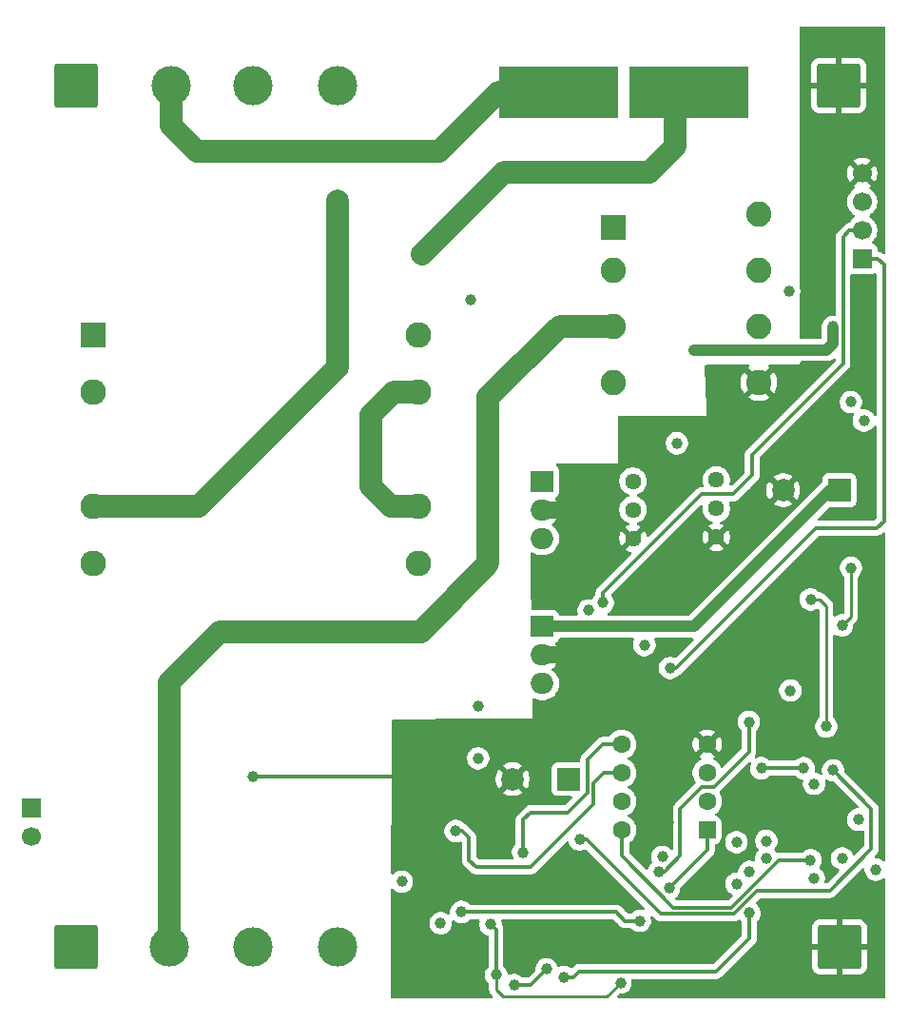
<source format=gbr>
%TF.GenerationSoftware,KiCad,Pcbnew,9.0.1*%
%TF.CreationDate,2025-04-03T12:43:54-07:00*%
%TF.ProjectId,Final_Board-v3B,46696e61-6c5f-4426-9f61-72642d763342,rev?*%
%TF.SameCoordinates,Original*%
%TF.FileFunction,Copper,L4,Bot*%
%TF.FilePolarity,Positive*%
%FSLAX46Y46*%
G04 Gerber Fmt 4.6, Leading zero omitted, Abs format (unit mm)*
G04 Created by KiCad (PCBNEW 9.0.1) date 2025-04-03 12:43:54*
%MOMM*%
%LPD*%
G01*
G04 APERTURE LIST*
G04 Aperture macros list*
%AMRoundRect*
0 Rectangle with rounded corners*
0 $1 Rounding radius*
0 $2 $3 $4 $5 $6 $7 $8 $9 X,Y pos of 4 corners*
0 Add a 4 corners polygon primitive as box body*
4,1,4,$2,$3,$4,$5,$6,$7,$8,$9,$2,$3,0*
0 Add four circle primitives for the rounded corners*
1,1,$1+$1,$2,$3*
1,1,$1+$1,$4,$5*
1,1,$1+$1,$6,$7*
1,1,$1+$1,$8,$9*
0 Add four rect primitives between the rounded corners*
20,1,$1+$1,$2,$3,$4,$5,0*
20,1,$1+$1,$4,$5,$6,$7,0*
20,1,$1+$1,$6,$7,$8,$9,0*
20,1,$1+$1,$8,$9,$2,$3,0*%
%AMFreePoly0*
4,1,5,2.250000,-4.000000,-2.250000,-4.000000,-2.250000,4.000000,2.250000,4.000000,2.250000,-4.000000,2.250000,-4.000000,$1*%
%AMFreePoly1*
4,1,5,1.500000,-2.250000,-1.500000,-2.250000,-1.500000,2.250000,1.500000,2.250000,1.500000,-2.250000,1.500000,-2.250000,$1*%
%AMFreePoly2*
4,1,5,4.000000,-2.250000,-4.000000,-2.250000,-4.000000,2.250000,4.000000,2.250000,4.000000,-2.250000,4.000000,-2.250000,$1*%
G04 Aperture macros list end*
%TA.AperFunction,ComponentPad*%
%ADD10C,2.600000*%
%TD*%
%TA.AperFunction,ConnectorPad*%
%ADD11C,3.500000*%
%TD*%
%TA.AperFunction,ComponentPad*%
%ADD12RoundRect,0.250002X-1.699998X-1.699998X1.699998X-1.699998X1.699998X1.699998X-1.699998X1.699998X0*%
%TD*%
%TA.AperFunction,ComponentPad*%
%ADD13R,2.250000X2.250000*%
%TD*%
%TA.AperFunction,ComponentPad*%
%ADD14C,2.250000*%
%TD*%
%TA.AperFunction,ComponentPad*%
%ADD15C,1.440000*%
%TD*%
%TA.AperFunction,ComponentPad*%
%ADD16R,2.000000X2.000000*%
%TD*%
%TA.AperFunction,ComponentPad*%
%ADD17C,2.000000*%
%TD*%
%TA.AperFunction,ComponentPad*%
%ADD18RoundRect,0.250000X0.550000X0.550000X-0.550000X0.550000X-0.550000X-0.550000X0.550000X-0.550000X0*%
%TD*%
%TA.AperFunction,ComponentPad*%
%ADD19C,1.600000*%
%TD*%
%TA.AperFunction,ComponentPad*%
%ADD20R,1.700000X1.700000*%
%TD*%
%TA.AperFunction,ComponentPad*%
%ADD21C,1.700000*%
%TD*%
%TA.AperFunction,ComponentPad*%
%ADD22FreePoly0,90.000000*%
%TD*%
%TA.AperFunction,ComponentPad*%
%ADD23FreePoly1,0.000000*%
%TD*%
%TA.AperFunction,ComponentPad*%
%ADD24FreePoly2,0.000000*%
%TD*%
%TA.AperFunction,ComponentPad*%
%ADD25R,2.000000X1.905000*%
%TD*%
%TA.AperFunction,ComponentPad*%
%ADD26O,2.000000X1.905000*%
%TD*%
%TA.AperFunction,ComponentPad*%
%ADD27R,2.286000X2.286000*%
%TD*%
%TA.AperFunction,ComponentPad*%
%ADD28C,2.286000*%
%TD*%
%TA.AperFunction,ViaPad*%
%ADD29C,1.000000*%
%TD*%
%TA.AperFunction,ViaPad*%
%ADD30C,2.000000*%
%TD*%
%TA.AperFunction,Conductor*%
%ADD31C,2.000000*%
%TD*%
%TA.AperFunction,Conductor*%
%ADD32C,0.300000*%
%TD*%
%TA.AperFunction,Conductor*%
%ADD33C,0.254000*%
%TD*%
%TA.AperFunction,Conductor*%
%ADD34C,1.500000*%
%TD*%
%TA.AperFunction,Conductor*%
%ADD35C,1.000000*%
%TD*%
G04 APERTURE END LIST*
D10*
%TO.P,E3,1,1*%
%TO.N,Net-(J1-N)*%
X130010000Y-55768000D03*
D11*
X130010000Y-55768000D03*
%TD*%
%TO.P,E1,1,1*%
%TO.N,Net-(P1-L)*%
X115200000Y-55768000D03*
D10*
X115200000Y-55768000D03*
%TD*%
%TO.P,E6,1,1*%
%TO.N,Net-(J1-N)*%
X130000000Y-132431000D03*
D11*
X130000000Y-132431000D03*
%TD*%
D10*
%TO.P,E5,1,1*%
%TO.N,GND*%
X122480000Y-132431000D03*
D11*
X122480000Y-132431000D03*
%TD*%
D10*
%TO.P,E4,1,1*%
%TO.N,Net-(J1-L)*%
X115000000Y-132431000D03*
D11*
X115000000Y-132431000D03*
%TD*%
D10*
%TO.P,E2,1,1*%
%TO.N,GND*%
X122480000Y-55768000D03*
D11*
X122480000Y-55768000D03*
%TD*%
D12*
%TO.P,H3,1,Pin_1*%
%TO.N,GND*%
X174659000Y-132431000D03*
%TD*%
%TO.P,H4,1,Pin_1*%
%TO.N,unconnected-(H4-Pin_1-Pad1)*%
X106659000Y-132431000D03*
%TD*%
%TO.P,H2,1,Pin_1*%
%TO.N,GND*%
X174603000Y-55768000D03*
%TD*%
%TO.P,H1,1,Pin_1*%
%TO.N,GND*%
X106659000Y-55768000D03*
%TD*%
D13*
%TO.P,T2,1*%
%TO.N,N/C*%
X154500000Y-68400000D03*
D14*
%TO.P,T2,2*%
%TO.N,Net-(F1-Pad2)*%
X154500000Y-72200000D03*
%TO.P,T2,3*%
%TO.N,Net-(J1-L)*%
X154500000Y-77200000D03*
%TO.P,T2,4*%
%TO.N,N/C*%
X154500000Y-82200000D03*
%TO.P,T2,5*%
%TO.N,GND*%
X167500000Y-82200000D03*
%TO.P,T2,6*%
%TO.N,N/C*%
X167500000Y-77200000D03*
%TO.P,T2,7*%
X167500000Y-72200000D03*
%TO.P,T2,8*%
%TO.N,Net-(R14-Pad2)*%
X167500000Y-67200000D03*
%TD*%
D15*
%TO.P,RV2,1,1*%
%TO.N,Net-(R14-Pad2)*%
X163710000Y-90880000D03*
%TO.P,RV2,2,2*%
%TO.N,Net-(C12-Pad1)*%
X163710000Y-93420000D03*
%TO.P,RV2,3,3*%
%TO.N,GND*%
X163710000Y-95960000D03*
%TD*%
%TO.P,RV1,1,1*%
%TO.N,Net-(R1-Pad1)*%
X156290000Y-90980000D03*
%TO.P,RV1,2,2*%
%TO.N,Net-(C9-Pad1)*%
X156290000Y-93520000D03*
%TO.P,RV1,3,3*%
%TO.N,GND*%
X156290000Y-96060000D03*
%TD*%
D16*
%TO.P,C4,1*%
%TO.N,Net-(D2-+)*%
X150570000Y-117490000D03*
D17*
%TO.P,C4,2*%
%TO.N,GND*%
X145570000Y-117490000D03*
%TD*%
D16*
%TO.P,C3,1*%
%TO.N,Net-(D1-+)*%
X174667677Y-91780000D03*
D17*
%TO.P,C3,2*%
%TO.N,GND*%
X169667677Y-91780000D03*
%TD*%
D18*
%TO.P,U4,1*%
%TO.N,Net-(C10-Pad1)*%
X162900000Y-122000000D03*
D19*
%TO.P,U4,2,-*%
%TO.N,Net-(U4A--)*%
X162900000Y-119460000D03*
%TO.P,U4,3,+*%
%TO.N,Net-(U4A-+)*%
X162900000Y-116920000D03*
%TO.P,U4,4,V-*%
%TO.N,GND*%
X162900000Y-114380000D03*
%TO.P,U4,5,+*%
%TO.N,Net-(U4B-+)*%
X155280000Y-114380000D03*
%TO.P,U4,6,-*%
%TO.N,Net-(U4B--)*%
X155280000Y-116920000D03*
%TO.P,U4,7*%
%TO.N,Net-(C11-Pad1)*%
X155280000Y-119460000D03*
%TO.P,U4,8,V+*%
%TO.N,VCC*%
X155280000Y-122000000D03*
%TD*%
D20*
%TO.P,J5,1,Pin_1*%
%TO.N,Net-(J5-Pin_1)*%
X102700000Y-120050000D03*
D21*
%TO.P,J5,2,Pin_2*%
%TO.N,GND*%
X102700000Y-122590000D03*
%TD*%
D22*
%TO.P,F1,1*%
%TO.N,Net-(P1-L)*%
X148340000Y-56400000D03*
D23*
X153420000Y-56400000D03*
%TO.P,F1,2*%
%TO.N,Net-(F1-Pad2)*%
X157480000Y-56400000D03*
D24*
X162560000Y-56400000D03*
%TD*%
D25*
%TO.P,U2,1,VI*%
%TO.N,Net-(D2-+)*%
X148200000Y-91000000D03*
D26*
%TO.P,U2,2,GND*%
%TO.N,GND*%
X148200000Y-93540000D03*
%TO.P,U2,3,VO*%
%TO.N,5v*%
X148200000Y-96080000D03*
%TD*%
D25*
%TO.P,U1,1,VI*%
%TO.N,Net-(D1-+)*%
X148200000Y-103920000D03*
D26*
%TO.P,U1,2,GND*%
%TO.N,GND*%
X148200000Y-106460000D03*
%TO.P,U1,3,VO*%
%TO.N,VCC*%
X148200000Y-109000000D03*
%TD*%
D20*
%TO.P,J7,1,Pin_1*%
%TO.N,Net-(J7-Pin_1)*%
X176700000Y-71200000D03*
D21*
%TO.P,J7,2,Pin_2*%
%TO.N,SDA*%
X176700000Y-68660000D03*
%TO.P,J7,3,Pin_3*%
%TO.N,5v*%
X176700000Y-66120000D03*
%TO.P,J7,4,Pin_4*%
%TO.N,GND*%
X176700000Y-63580000D03*
%TD*%
D27*
%TO.P,T1,1*%
%TO.N,GND*%
X108244000Y-77980000D03*
D28*
%TO.P,T1,3*%
%TO.N,Net-(R1-Pad2)*%
X108244000Y-83060000D03*
%TO.P,T1,4*%
%TO.N,Net-(J1-N)*%
X108244000Y-93220000D03*
%TO.P,T1,6*%
%TO.N,Net-(F1-Pad2)*%
X108244000Y-98300000D03*
%TO.P,T1,7*%
%TO.N,Net-(D1-Pad2)*%
X137200000Y-77980000D03*
%TO.P,T1,9*%
%TO.N,Net-(D2-Pad4)*%
X137200000Y-83060000D03*
%TO.P,T1,10*%
X137200000Y-93220000D03*
%TO.P,T1,12*%
%TO.N,Net-(D1-Pad4)*%
X137200000Y-98300000D03*
%TD*%
D29*
%TO.N,Net-(R11-Pad1)*%
X168159000Y-122980000D03*
X174910000Y-124540000D03*
%TO.N,Net-(C11-Pad1)*%
X172380000Y-126300000D03*
X166650000Y-125750000D03*
%TO.N,GND*%
X171640000Y-113110000D03*
X172150000Y-120080000D03*
X159420000Y-121330000D03*
%TO.N,Net-(R1-Pad2)*%
X141857500Y-74837500D03*
%TO.N,GND*%
X165720000Y-119140000D03*
X122480000Y-117260000D03*
X135850000Y-117260000D03*
X155860000Y-128820000D03*
X172250000Y-106750000D03*
X152600000Y-91300000D03*
X168200000Y-101350000D03*
X164900000Y-131200000D03*
X161400000Y-108600000D03*
X176900000Y-113100000D03*
X154650000Y-130750000D03*
X165200000Y-105400000D03*
X152600000Y-93550000D03*
X141700000Y-119300000D03*
X151100000Y-130500000D03*
X177500000Y-105100000D03*
X139300000Y-133600000D03*
X161750000Y-91250000D03*
X152940000Y-125720000D03*
%TO.N,Net-(U4B--)*%
X168160000Y-124510000D03*
X140500000Y-122100000D03*
%TO.N,Net-(U4A-+)*%
X167710000Y-116510000D03*
X171490000Y-116510000D03*
%TO.N,Net-(D3-K)*%
X174100000Y-116700000D03*
X173500000Y-112800000D03*
X172110000Y-101500000D03*
X151550000Y-122850000D03*
%TO.N,VCC*%
X172100000Y-124700000D03*
%TO.N,Net-(U4B-+)*%
X146500000Y-124000000D03*
X148600000Y-134400000D03*
X145700000Y-135800000D03*
%TO.N,Net-(U4A--)*%
X172400000Y-117900000D03*
D30*
%TO.N,Net-(F1-Pad2)*%
X137480000Y-70800000D03*
D29*
%TO.N,5v*%
X141000000Y-129300000D03*
X166600000Y-112400000D03*
X152330000Y-102470000D03*
X156900000Y-130100000D03*
X158600000Y-125700000D03*
%TO.N,Net-(C10-Pad1)*%
X159500000Y-127200000D03*
X176340000Y-121090000D03*
%TO.N,Net-(C11-Pad1)*%
X150114984Y-135102417D03*
X166650000Y-129400000D03*
%TO.N,Net-(U3-PC5)*%
X174900000Y-103800000D03*
X175700000Y-98700000D03*
%TO.N,Net-(J7-Pin_1)*%
X159600000Y-107600000D03*
%TO.N,Net-(J5-Pin_1)*%
X157300000Y-105550000D03*
%TO.N,SDA*%
X153600000Y-101800000D03*
%TO.N,Net-(D2-+)*%
X176870000Y-85590000D03*
%TO.N,Net-(C9-Pad2)*%
X165500000Y-126800000D03*
X165500000Y-123100000D03*
%TO.N,Net-(C9-Pad1)*%
X158900000Y-124400000D03*
%TO.N,Net-(D4-K)*%
X144100000Y-134900000D03*
X177900000Y-125530000D03*
X143600000Y-130400000D03*
X155170000Y-135600000D03*
%TO.N,Net-(C12-Pad1)*%
X139160000Y-130300000D03*
X142494000Y-110998000D03*
%TO.N,Net-(D1-Pad4)*%
X170200000Y-74100000D03*
%TO.N,Net-(D2-Pad4)*%
X175690000Y-83940000D03*
%TO.N,Net-(R11-Pad1)*%
X142500000Y-115640000D03*
X170300000Y-109600000D03*
%TO.N,Net-(R14-Pad2)*%
X135700000Y-126600000D03*
X160200000Y-87600000D03*
%TO.N,Net-(D1-Pad2)*%
X174110000Y-77250000D03*
X161700000Y-79300000D03*
D30*
%TO.N,Net-(J1-N)*%
X130000000Y-80820000D03*
X130000000Y-66040000D03*
%TD*%
D31*
%TO.N,Net-(F1-Pad2)*%
X160000000Y-61234000D02*
X160000000Y-56380000D01*
X157734000Y-63500000D02*
X160000000Y-61234000D01*
X144780000Y-63500000D02*
X157734000Y-63500000D01*
X137480000Y-70800000D02*
X144780000Y-63500000D01*
%TO.N,Net-(P1-L)*%
X117475000Y-61595000D02*
X115200000Y-59320000D01*
X139065000Y-61595000D02*
X117475000Y-61595000D01*
X144260000Y-56400000D02*
X139065000Y-61595000D01*
X148340000Y-56400000D02*
X144260000Y-56400000D01*
X115200000Y-59320000D02*
X115200000Y-55880000D01*
%TO.N,Net-(J1-N)*%
X130000000Y-66040000D02*
X130000000Y-80820000D01*
D32*
%TO.N,Net-(C11-Pad1)*%
X151451200Y-134600000D02*
X150948783Y-135102417D01*
X150948783Y-135102417D02*
X150114984Y-135102417D01*
X163700000Y-134600000D02*
X151451200Y-134600000D01*
X166650000Y-131650000D02*
X163700000Y-134600000D01*
X166650000Y-129400000D02*
X166650000Y-131650000D01*
%TO.N,Net-(D3-K)*%
X177500000Y-120100000D02*
X174100000Y-116700000D01*
X173800000Y-127410000D02*
X177500000Y-123710000D01*
X158750000Y-129460000D02*
X165300000Y-129460000D01*
X152140000Y-122850000D02*
X158750000Y-129460000D01*
X165300000Y-129460000D02*
X167350000Y-127410000D01*
X151550000Y-122850000D02*
X152140000Y-122850000D01*
X167350000Y-127410000D02*
X173800000Y-127410000D01*
X177500000Y-123710000D02*
X177500000Y-120100000D01*
%TO.N,VCC*%
X169255000Y-124700000D02*
X172100000Y-124700000D01*
X165055000Y-128900000D02*
X169255000Y-124700000D01*
X159900000Y-128900000D02*
X165055000Y-128900000D01*
X155280000Y-124280000D02*
X159900000Y-128900000D01*
X155280000Y-122000000D02*
X155280000Y-124280000D01*
D33*
%TO.N,Net-(D4-K)*%
X155170000Y-135600000D02*
X155200000Y-135630000D01*
D31*
%TO.N,Net-(J1-L)*%
X115000000Y-108870000D02*
X115000000Y-131572200D01*
X119476000Y-104394000D02*
X115000000Y-108870000D01*
X137414000Y-104394000D02*
X119476000Y-104394000D01*
X143398500Y-98328000D02*
X137414000Y-104394000D01*
%TO.N,Net-(D2-Pad4)*%
X134950000Y-83060000D02*
X137200000Y-83060000D01*
X132950000Y-91450000D02*
X132950000Y-85060000D01*
X134720000Y-93220000D02*
X132950000Y-91450000D01*
X132950000Y-85060000D02*
X134950000Y-83060000D01*
X137200000Y-93220000D02*
X134720000Y-93220000D01*
%TO.N,Net-(J1-L)*%
X143398500Y-83450000D02*
X143398500Y-98308000D01*
X154500000Y-77200000D02*
X149760000Y-77200000D01*
X149760000Y-77200000D02*
X143398500Y-83450000D01*
D32*
%TO.N,GND*%
X135660000Y-117260000D02*
X122500000Y-117260000D01*
D34*
X152590000Y-93540000D02*
X152600000Y-93550000D01*
X148200000Y-93540000D02*
X152590000Y-93540000D01*
D32*
%TO.N,Net-(J7-Pin_1)*%
X178629000Y-71749000D02*
X178080000Y-71200000D01*
X178629000Y-94551000D02*
X178629000Y-71749000D01*
X172550000Y-95160000D02*
X178020000Y-95160000D01*
X178020000Y-95160000D02*
X178629000Y-94551000D01*
X160110000Y-107600000D02*
X172550000Y-95160000D01*
X178080000Y-71200000D02*
X176700000Y-71200000D01*
X159600000Y-107600000D02*
X160110000Y-107600000D01*
%TO.N,SDA*%
X175570000Y-68660000D02*
X176700000Y-68660000D01*
X175000000Y-80500000D02*
X175000000Y-69230000D01*
X166900000Y-90450000D02*
X166900000Y-88600000D01*
X166900000Y-88600000D02*
X175000000Y-80500000D01*
X175000000Y-69230000D02*
X175570000Y-68660000D01*
X162370000Y-92140000D02*
X165210000Y-92140000D01*
X153600000Y-100910000D02*
X162370000Y-92140000D01*
X165210000Y-92140000D02*
X166900000Y-90450000D01*
X153600000Y-101800000D02*
X153600000Y-100910000D01*
%TO.N,5v*%
X159100000Y-125700000D02*
X158600000Y-125700000D01*
X160500000Y-124300000D02*
X159100000Y-125700000D01*
X163470000Y-118180000D02*
X162420000Y-118180000D01*
X160500000Y-120100000D02*
X160500000Y-124300000D01*
X166610000Y-115040000D02*
X163470000Y-118180000D01*
X162420000Y-118180000D02*
X160500000Y-120100000D01*
X166610000Y-112330000D02*
X166610000Y-115040000D01*
X166605000Y-112325000D02*
X166610000Y-112330000D01*
X154770000Y-129300000D02*
X141000000Y-129300000D01*
X155570000Y-130100000D02*
X154770000Y-129300000D01*
X156900000Y-130100000D02*
X155570000Y-130100000D01*
%TO.N,GND*%
X151740000Y-106850000D02*
X151770000Y-106880000D01*
X151350000Y-106460000D02*
X151740000Y-106850000D01*
D34*
X148200000Y-106460000D02*
X151350000Y-106460000D01*
D32*
X151770000Y-106880000D02*
X154210000Y-106880000D01*
D35*
%TO.N,Net-(D1-+)*%
X173820000Y-91800000D02*
X174767677Y-91800000D01*
X148200000Y-103920000D02*
X161700000Y-103920000D01*
X161700000Y-103920000D02*
X173820000Y-91800000D01*
%TO.N,Net-(D1-Pad2)*%
X174110000Y-77290000D02*
X174110000Y-78700000D01*
X174110000Y-78700000D02*
X173510000Y-79300000D01*
X173510000Y-79300000D02*
X161700000Y-79300000D01*
D32*
%TO.N,Net-(U4A-+)*%
X167710000Y-116510000D02*
X171490000Y-116510000D01*
D33*
%TO.N,Net-(D4-K)*%
X144100000Y-136200000D02*
X144100000Y-134900000D01*
X144724200Y-136824200D02*
X144100000Y-136200000D01*
X153945800Y-136824200D02*
X144724200Y-136824200D01*
X155170000Y-135600000D02*
X153945800Y-136824200D01*
D32*
X155170000Y-135600000D02*
X155170000Y-135920000D01*
%TO.N,Net-(U4B--)*%
X141100000Y-122100000D02*
X140500000Y-122100000D01*
X141700000Y-122700000D02*
X141100000Y-122100000D01*
X141700000Y-124700000D02*
X141700000Y-122700000D01*
X142300000Y-125300000D02*
X141700000Y-124700000D01*
X146540934Y-125301000D02*
X146539934Y-125300000D01*
X146539934Y-125300000D02*
X142300000Y-125300000D01*
X146541934Y-125300000D02*
X146540934Y-125301000D01*
X147180000Y-125300000D02*
X146541934Y-125300000D01*
X152781000Y-117829000D02*
X152781000Y-119699000D01*
X153690000Y-116920000D02*
X152781000Y-117829000D01*
X155280000Y-116920000D02*
X153690000Y-116920000D01*
X152781000Y-119699000D02*
X147180000Y-125300000D01*
%TO.N,Net-(U4B-+)*%
X146500000Y-121110000D02*
X146500000Y-124000000D01*
X147150000Y-120460000D02*
X146500000Y-121110000D01*
X152240000Y-118710000D02*
X150490000Y-120460000D01*
X150490000Y-120460000D02*
X147150000Y-120460000D01*
X153580000Y-114380000D02*
X152240000Y-115720000D01*
X152240000Y-115720000D02*
X152240000Y-118710000D01*
X155280000Y-114380000D02*
X153580000Y-114380000D01*
D31*
%TO.N,Net-(J1-N)*%
X117600000Y-93220000D02*
X108244000Y-93220000D01*
X130000000Y-80820000D02*
X117600000Y-93220000D01*
D33*
%TO.N,Net-(D3-K)*%
X173500000Y-102100000D02*
X173500000Y-112800000D01*
X172900000Y-101500000D02*
X173500000Y-102100000D01*
X172110000Y-101500000D02*
X172900000Y-101500000D01*
D32*
%TO.N,Net-(U4B-+)*%
X148600000Y-134400000D02*
X147200000Y-135800000D01*
X147200000Y-135800000D02*
X145700000Y-135800000D01*
%TO.N,Net-(C10-Pad1)*%
X162900000Y-122000000D02*
X162900000Y-123800000D01*
X162900000Y-123800000D02*
X159500000Y-127200000D01*
D33*
%TO.N,Net-(U3-PC5)*%
X175700000Y-103000000D02*
X175700000Y-98700000D01*
X174900000Y-103800000D02*
X175700000Y-103000000D01*
D32*
%TO.N,Net-(D4-K)*%
X143600000Y-130400000D02*
X144100000Y-130900000D01*
X144100000Y-130900000D02*
X144100000Y-134900000D01*
%TD*%
%TA.AperFunction,Conductor*%
%TO.N,GND*%
G36*
X178698833Y-95503626D02*
G01*
X178754767Y-95545497D01*
X178779184Y-95610961D01*
X178779500Y-95619808D01*
X178779500Y-124695216D01*
X178759815Y-124762255D01*
X178707011Y-124808010D01*
X178637853Y-124817954D01*
X178574297Y-124788929D01*
X178567819Y-124782897D01*
X178537785Y-124752863D01*
X178537781Y-124752860D01*
X178373920Y-124643371D01*
X178373907Y-124643364D01*
X178191839Y-124567950D01*
X178191829Y-124567947D01*
X177998543Y-124529500D01*
X177998541Y-124529500D01*
X177899807Y-124529500D01*
X177832768Y-124509815D01*
X177787013Y-124457011D01*
X177777069Y-124387853D01*
X177806094Y-124324297D01*
X177812126Y-124317819D01*
X178005273Y-124124672D01*
X178005273Y-124124671D01*
X178005276Y-124124669D01*
X178076465Y-124018127D01*
X178125501Y-123899744D01*
X178128368Y-123885331D01*
X178142945Y-123812049D01*
X178150500Y-123774071D01*
X178150500Y-120035928D01*
X178125502Y-119910261D01*
X178125501Y-119910260D01*
X178125501Y-119910256D01*
X178083766Y-119809500D01*
X178076466Y-119791875D01*
X178076460Y-119791864D01*
X178053943Y-119758166D01*
X178053941Y-119758164D01*
X178005277Y-119685331D01*
X178005275Y-119685329D01*
X178005273Y-119685326D01*
X175136819Y-116816872D01*
X175103334Y-116755549D01*
X175100500Y-116729191D01*
X175100500Y-116601456D01*
X175062052Y-116408170D01*
X175062051Y-116408169D01*
X175062051Y-116408165D01*
X175062049Y-116408160D01*
X174986635Y-116226092D01*
X174986628Y-116226079D01*
X174877139Y-116062218D01*
X174877136Y-116062214D01*
X174737785Y-115922863D01*
X174737781Y-115922860D01*
X174573920Y-115813371D01*
X174573907Y-115813364D01*
X174391839Y-115737950D01*
X174391829Y-115737947D01*
X174198543Y-115699500D01*
X174198541Y-115699500D01*
X174001459Y-115699500D01*
X174001457Y-115699500D01*
X173808170Y-115737947D01*
X173808160Y-115737950D01*
X173626092Y-115813364D01*
X173626079Y-115813371D01*
X173462218Y-115922860D01*
X173462214Y-115922863D01*
X173322863Y-116062214D01*
X173322860Y-116062218D01*
X173213371Y-116226079D01*
X173213364Y-116226092D01*
X173137950Y-116408160D01*
X173137947Y-116408170D01*
X173099500Y-116601456D01*
X173099500Y-116798545D01*
X173124956Y-116926522D01*
X173118729Y-116996114D01*
X173075866Y-117051291D01*
X173009976Y-117074535D01*
X172941979Y-117058467D01*
X172934448Y-117053815D01*
X172873920Y-117013371D01*
X172873907Y-117013364D01*
X172691839Y-116937950D01*
X172691829Y-116937947D01*
X172556749Y-116911078D01*
X172494838Y-116878693D01*
X172460264Y-116817977D01*
X172459324Y-116765271D01*
X172490500Y-116608541D01*
X172490500Y-116411459D01*
X172490500Y-116411456D01*
X172452052Y-116218170D01*
X172452051Y-116218169D01*
X172452051Y-116218165D01*
X172416548Y-116132452D01*
X172376635Y-116036092D01*
X172376628Y-116036079D01*
X172267139Y-115872218D01*
X172267136Y-115872214D01*
X172127785Y-115732863D01*
X172127781Y-115732860D01*
X171963920Y-115623371D01*
X171963907Y-115623364D01*
X171781839Y-115547950D01*
X171781829Y-115547947D01*
X171588543Y-115509500D01*
X171588541Y-115509500D01*
X171391459Y-115509500D01*
X171391457Y-115509500D01*
X171198170Y-115547947D01*
X171198160Y-115547950D01*
X171016092Y-115623364D01*
X171016079Y-115623371D01*
X170852219Y-115732859D01*
X170824876Y-115760203D01*
X170761896Y-115823182D01*
X170700576Y-115856666D01*
X170674217Y-115859500D01*
X168525783Y-115859500D01*
X168458744Y-115839815D01*
X168438106Y-115823185D01*
X168347782Y-115732861D01*
X168347781Y-115732860D01*
X168347780Y-115732859D01*
X168183920Y-115623371D01*
X168183907Y-115623364D01*
X168001839Y-115547950D01*
X168001829Y-115547947D01*
X167808543Y-115509500D01*
X167808541Y-115509500D01*
X167611459Y-115509500D01*
X167611457Y-115509500D01*
X167418170Y-115547947D01*
X167418160Y-115547950D01*
X167290843Y-115600686D01*
X167221373Y-115608155D01*
X167158894Y-115576879D01*
X167123243Y-115516790D01*
X167125737Y-115446965D01*
X167140286Y-115417239D01*
X167186466Y-115348126D01*
X167235501Y-115229743D01*
X167252650Y-115143535D01*
X167260500Y-115104069D01*
X167260500Y-113205783D01*
X167280185Y-113138744D01*
X167296814Y-113118106D01*
X167377139Y-113037782D01*
X167486632Y-112873914D01*
X167562051Y-112691835D01*
X167600500Y-112498541D01*
X167600500Y-112301459D01*
X167600500Y-112301456D01*
X167562052Y-112108170D01*
X167562051Y-112108169D01*
X167562051Y-112108165D01*
X167537502Y-112048897D01*
X167486635Y-111926092D01*
X167486628Y-111926079D01*
X167377139Y-111762218D01*
X167377136Y-111762214D01*
X167237785Y-111622863D01*
X167237781Y-111622860D01*
X167073920Y-111513371D01*
X167073907Y-111513364D01*
X166891839Y-111437950D01*
X166891829Y-111437947D01*
X166698543Y-111399500D01*
X166698541Y-111399500D01*
X166501459Y-111399500D01*
X166501457Y-111399500D01*
X166308170Y-111437947D01*
X166308160Y-111437950D01*
X166126092Y-111513364D01*
X166126079Y-111513371D01*
X165962218Y-111622860D01*
X165962214Y-111622863D01*
X165822863Y-111762214D01*
X165822860Y-111762218D01*
X165713371Y-111926079D01*
X165713364Y-111926092D01*
X165637950Y-112108160D01*
X165637947Y-112108170D01*
X165599500Y-112301456D01*
X165599500Y-112301459D01*
X165599500Y-112498541D01*
X165599500Y-112498543D01*
X165599499Y-112498543D01*
X165637947Y-112691829D01*
X165637950Y-112691839D01*
X165713364Y-112873907D01*
X165713371Y-112873920D01*
X165822859Y-113037780D01*
X165822860Y-113037781D01*
X165822861Y-113037782D01*
X165923182Y-113138103D01*
X165956666Y-113199424D01*
X165959500Y-113225783D01*
X165959500Y-114719191D01*
X165939815Y-114786230D01*
X165923181Y-114806872D01*
X164294778Y-116435274D01*
X164233455Y-116468759D01*
X164163763Y-116463775D01*
X164107830Y-116421903D01*
X164096615Y-116403893D01*
X164012287Y-116238390D01*
X164012285Y-116238387D01*
X164012284Y-116238385D01*
X163891971Y-116072786D01*
X163747213Y-115928028D01*
X163581611Y-115807713D01*
X163488369Y-115760203D01*
X163437574Y-115712229D01*
X163420779Y-115644407D01*
X163443317Y-115578273D01*
X163488371Y-115539234D01*
X163581346Y-115491861D01*
X163581347Y-115491861D01*
X163625921Y-115459474D01*
X162946447Y-114780000D01*
X162952661Y-114780000D01*
X163054394Y-114752741D01*
X163145606Y-114700080D01*
X163220080Y-114625606D01*
X163272741Y-114534394D01*
X163300000Y-114432661D01*
X163300000Y-114426447D01*
X163979474Y-115105921D01*
X164011859Y-115061349D01*
X164104755Y-114879031D01*
X164167990Y-114684417D01*
X164200000Y-114482317D01*
X164200000Y-114277682D01*
X164167990Y-114075582D01*
X164104755Y-113880968D01*
X164011859Y-113698650D01*
X163979474Y-113654077D01*
X163979474Y-113654076D01*
X163300000Y-114333551D01*
X163300000Y-114327339D01*
X163272741Y-114225606D01*
X163220080Y-114134394D01*
X163145606Y-114059920D01*
X163054394Y-114007259D01*
X162952661Y-113980000D01*
X162946446Y-113980000D01*
X163625922Y-113300524D01*
X163625921Y-113300523D01*
X163581359Y-113268147D01*
X163581350Y-113268141D01*
X163399031Y-113175244D01*
X163204417Y-113112009D01*
X163002317Y-113080000D01*
X162797683Y-113080000D01*
X162595582Y-113112009D01*
X162400968Y-113175244D01*
X162218644Y-113268143D01*
X162174077Y-113300523D01*
X162174077Y-113300524D01*
X162853554Y-113980000D01*
X162847339Y-113980000D01*
X162745606Y-114007259D01*
X162654394Y-114059920D01*
X162579920Y-114134394D01*
X162527259Y-114225606D01*
X162500000Y-114327339D01*
X162500000Y-114333553D01*
X161820524Y-113654077D01*
X161820523Y-113654077D01*
X161788143Y-113698644D01*
X161695244Y-113880968D01*
X161632009Y-114075582D01*
X161600000Y-114277682D01*
X161600000Y-114482317D01*
X161632009Y-114684417D01*
X161695244Y-114879031D01*
X161788141Y-115061350D01*
X161788147Y-115061359D01*
X161820523Y-115105921D01*
X161820524Y-115105922D01*
X162500000Y-114426446D01*
X162500000Y-114432661D01*
X162527259Y-114534394D01*
X162579920Y-114625606D01*
X162654394Y-114700080D01*
X162745606Y-114752741D01*
X162847339Y-114780000D01*
X162853553Y-114780000D01*
X162174076Y-115459474D01*
X162218652Y-115491861D01*
X162311628Y-115539234D01*
X162362425Y-115587208D01*
X162379220Y-115655029D01*
X162356683Y-115721164D01*
X162311630Y-115760203D01*
X162218388Y-115807713D01*
X162052786Y-115928028D01*
X161908028Y-116072786D01*
X161787715Y-116238386D01*
X161694781Y-116420776D01*
X161631522Y-116615465D01*
X161599500Y-116817648D01*
X161599500Y-117022351D01*
X161631522Y-117224534D01*
X161694781Y-117419223D01*
X161751891Y-117531305D01*
X161782827Y-117592021D01*
X161787715Y-117601613D01*
X161847804Y-117684320D01*
X161871284Y-117750127D01*
X161855458Y-117818180D01*
X161835167Y-117844886D01*
X159994724Y-119685329D01*
X159946059Y-119758164D01*
X159946057Y-119758166D01*
X159923539Y-119791864D01*
X159923533Y-119791875D01*
X159874499Y-119910255D01*
X159874497Y-119910261D01*
X159849500Y-120035928D01*
X159849500Y-123635216D01*
X159829815Y-123702255D01*
X159777011Y-123748010D01*
X159707853Y-123757954D01*
X159644297Y-123728929D01*
X159637819Y-123722897D01*
X159537785Y-123622863D01*
X159537781Y-123622860D01*
X159373920Y-123513371D01*
X159373907Y-123513364D01*
X159191839Y-123437950D01*
X159191829Y-123437947D01*
X158998543Y-123399500D01*
X158998541Y-123399500D01*
X158801459Y-123399500D01*
X158801457Y-123399500D01*
X158608170Y-123437947D01*
X158608160Y-123437950D01*
X158426092Y-123513364D01*
X158426079Y-123513371D01*
X158262218Y-123622860D01*
X158262214Y-123622863D01*
X158122863Y-123762214D01*
X158122860Y-123762218D01*
X158013371Y-123926079D01*
X158013364Y-123926092D01*
X157937950Y-124108160D01*
X157937947Y-124108170D01*
X157899500Y-124301456D01*
X157899500Y-124301459D01*
X157899500Y-124498541D01*
X157899500Y-124498543D01*
X157899499Y-124498543D01*
X157937947Y-124691829D01*
X157937949Y-124691835D01*
X157978166Y-124788929D01*
X157981016Y-124795808D01*
X157988485Y-124865278D01*
X157957210Y-124927757D01*
X157954136Y-124930942D01*
X157822863Y-125062214D01*
X157822860Y-125062218D01*
X157713371Y-125226079D01*
X157713364Y-125226092D01*
X157637950Y-125408160D01*
X157637947Y-125408169D01*
X157631801Y-125439069D01*
X157599415Y-125500980D01*
X157538698Y-125535553D01*
X157468929Y-125531812D01*
X157422503Y-125502557D01*
X155966819Y-124046873D01*
X155933334Y-123985550D01*
X155930500Y-123959192D01*
X155930500Y-123198070D01*
X155950185Y-123131031D01*
X155981613Y-123097753D01*
X156127219Y-122991966D01*
X156271966Y-122847219D01*
X156271968Y-122847215D01*
X156271971Y-122847213D01*
X156324732Y-122774590D01*
X156392287Y-122681610D01*
X156485220Y-122499219D01*
X156548477Y-122304534D01*
X156580500Y-122102352D01*
X156580500Y-121897648D01*
X156553596Y-121727785D01*
X156548477Y-121695465D01*
X156492613Y-121523535D01*
X156485220Y-121500781D01*
X156485218Y-121500778D01*
X156485218Y-121500776D01*
X156433865Y-121399991D01*
X156392287Y-121318390D01*
X156376892Y-121297200D01*
X156271971Y-121152786D01*
X156127213Y-121008028D01*
X155961614Y-120887715D01*
X155955006Y-120884348D01*
X155868917Y-120840483D01*
X155818123Y-120792511D01*
X155801328Y-120724690D01*
X155823865Y-120658555D01*
X155868917Y-120619516D01*
X155961610Y-120572287D01*
X156033550Y-120520020D01*
X156127213Y-120451971D01*
X156127215Y-120451968D01*
X156127219Y-120451966D01*
X156271966Y-120307219D01*
X156271968Y-120307215D01*
X156271971Y-120307213D01*
X156347415Y-120203371D01*
X156392287Y-120141610D01*
X156485220Y-119959219D01*
X156548477Y-119764534D01*
X156580500Y-119562352D01*
X156580500Y-119357648D01*
X156548477Y-119155466D01*
X156485220Y-118960781D01*
X156485218Y-118960778D01*
X156485218Y-118960776D01*
X156427524Y-118847547D01*
X156392287Y-118778390D01*
X156361650Y-118736221D01*
X156271971Y-118612786D01*
X156127213Y-118468028D01*
X155961614Y-118347715D01*
X155955006Y-118344348D01*
X155868917Y-118300483D01*
X155818123Y-118252511D01*
X155801328Y-118184690D01*
X155823865Y-118118555D01*
X155868917Y-118079516D01*
X155961610Y-118032287D01*
X156019814Y-117990000D01*
X156127213Y-117911971D01*
X156127215Y-117911968D01*
X156127219Y-117911966D01*
X156271966Y-117767219D01*
X156271968Y-117767215D01*
X156271971Y-117767213D01*
X156340072Y-117673478D01*
X156392287Y-117601610D01*
X156485220Y-117419219D01*
X156548477Y-117224534D01*
X156580500Y-117022352D01*
X156580500Y-116817648D01*
X156548477Y-116615466D01*
X156539511Y-116587873D01*
X156500809Y-116468759D01*
X156485220Y-116420781D01*
X156485218Y-116420778D01*
X156485218Y-116420776D01*
X156420876Y-116294499D01*
X156392287Y-116238390D01*
X156377753Y-116218385D01*
X156271971Y-116072786D01*
X156127213Y-115928028D01*
X155961614Y-115807715D01*
X155955006Y-115804348D01*
X155868917Y-115760483D01*
X155818123Y-115712511D01*
X155801328Y-115644690D01*
X155823865Y-115578555D01*
X155868917Y-115539516D01*
X155961610Y-115492287D01*
X156023991Y-115446965D01*
X156127213Y-115371971D01*
X156127215Y-115371968D01*
X156127219Y-115371966D01*
X156271966Y-115227219D01*
X156271968Y-115227215D01*
X156271971Y-115227213D01*
X156332765Y-115143535D01*
X156392287Y-115061610D01*
X156485220Y-114879219D01*
X156548477Y-114684534D01*
X156580500Y-114482352D01*
X156580500Y-114277648D01*
X156572257Y-114225606D01*
X156548477Y-114075465D01*
X156517458Y-113980000D01*
X156485220Y-113880781D01*
X156485218Y-113880778D01*
X156485218Y-113880776D01*
X156424724Y-113762051D01*
X156392287Y-113698390D01*
X156360092Y-113654077D01*
X156271971Y-113532786D01*
X156127213Y-113388028D01*
X155961613Y-113267715D01*
X155961612Y-113267714D01*
X155961610Y-113267713D01*
X155879318Y-113225783D01*
X155779223Y-113174781D01*
X155584534Y-113111522D01*
X155409995Y-113083878D01*
X155382352Y-113079500D01*
X155177648Y-113079500D01*
X155153329Y-113083351D01*
X154975465Y-113111522D01*
X154780776Y-113174781D01*
X154598386Y-113267715D01*
X154432786Y-113388028D01*
X154288034Y-113532780D01*
X154288030Y-113532786D01*
X154182246Y-113678386D01*
X154126918Y-113721051D01*
X154081929Y-113729500D01*
X153515929Y-113729500D01*
X153390261Y-113754497D01*
X153390255Y-113754499D01*
X153271875Y-113803533D01*
X153271866Y-113803538D01*
X153165331Y-113874723D01*
X153165327Y-113874726D01*
X151734720Y-115305333D01*
X151714264Y-115335949D01*
X151706103Y-115348165D01*
X151689052Y-115373683D01*
X151663534Y-115411873D01*
X151614499Y-115530255D01*
X151614497Y-115530261D01*
X151589500Y-115655928D01*
X151589500Y-115865500D01*
X151569815Y-115932539D01*
X151517011Y-115978294D01*
X151465500Y-115989500D01*
X149522129Y-115989500D01*
X149522123Y-115989501D01*
X149462516Y-115995908D01*
X149327671Y-116046202D01*
X149327664Y-116046206D01*
X149212455Y-116132452D01*
X149212452Y-116132455D01*
X149126206Y-116247664D01*
X149126202Y-116247671D01*
X149075908Y-116382517D01*
X149069501Y-116442116D01*
X149069500Y-116442135D01*
X149069500Y-118537870D01*
X149069501Y-118537876D01*
X149075908Y-118597483D01*
X149126202Y-118732328D01*
X149126206Y-118732335D01*
X149212452Y-118847544D01*
X149212455Y-118847547D01*
X149327664Y-118933793D01*
X149327671Y-118933797D01*
X149462517Y-118984091D01*
X149462516Y-118984091D01*
X149469444Y-118984835D01*
X149522127Y-118990500D01*
X150740192Y-118990499D01*
X150807231Y-119010184D01*
X150852986Y-119062987D01*
X150862930Y-119132146D01*
X150833905Y-119195702D01*
X150827873Y-119202180D01*
X150256873Y-119773181D01*
X150195550Y-119806666D01*
X150169192Y-119809500D01*
X147085929Y-119809500D01*
X146960261Y-119834497D01*
X146960255Y-119834499D01*
X146841874Y-119883534D01*
X146735325Y-119954727D01*
X145994724Y-120695328D01*
X145948047Y-120765187D01*
X145923535Y-120801871D01*
X145874499Y-120920255D01*
X145874497Y-120920261D01*
X145849500Y-121045928D01*
X145849500Y-123184216D01*
X145829815Y-123251255D01*
X145813181Y-123271897D01*
X145722863Y-123362214D01*
X145722860Y-123362218D01*
X145613371Y-123526079D01*
X145613364Y-123526092D01*
X145537950Y-123708160D01*
X145537947Y-123708170D01*
X145499500Y-123901456D01*
X145499500Y-123901459D01*
X145499500Y-124098541D01*
X145499500Y-124098543D01*
X145499499Y-124098543D01*
X145537947Y-124291829D01*
X145537950Y-124291839D01*
X145615080Y-124478048D01*
X145622549Y-124547517D01*
X145591274Y-124609996D01*
X145531185Y-124645648D01*
X145500519Y-124649500D01*
X142620807Y-124649500D01*
X142591366Y-124640855D01*
X142561380Y-124634332D01*
X142556364Y-124630577D01*
X142553768Y-124629815D01*
X142533131Y-124613185D01*
X142386816Y-124466871D01*
X142353334Y-124405550D01*
X142350500Y-124379192D01*
X142350500Y-122635928D01*
X142325502Y-122510261D01*
X142325501Y-122510260D01*
X142325501Y-122510256D01*
X142276465Y-122391873D01*
X142276464Y-122391872D01*
X142276461Y-122391866D01*
X142205277Y-122285332D01*
X142160723Y-122240778D01*
X142114669Y-122194724D01*
X141971994Y-122052049D01*
X141514674Y-121594727D01*
X141514673Y-121594726D01*
X141408124Y-121523533D01*
X141311978Y-121483708D01*
X141271750Y-121456828D01*
X141137785Y-121322863D01*
X141137781Y-121322860D01*
X140973920Y-121213371D01*
X140973907Y-121213364D01*
X140791839Y-121137950D01*
X140791829Y-121137947D01*
X140598543Y-121099500D01*
X140598541Y-121099500D01*
X140401459Y-121099500D01*
X140401457Y-121099500D01*
X140208170Y-121137947D01*
X140208160Y-121137950D01*
X140026092Y-121213364D01*
X140026079Y-121213371D01*
X139862218Y-121322860D01*
X139862214Y-121322863D01*
X139722863Y-121462214D01*
X139722860Y-121462218D01*
X139613371Y-121626079D01*
X139613364Y-121626092D01*
X139537950Y-121808160D01*
X139537947Y-121808170D01*
X139499500Y-122001456D01*
X139499500Y-122001459D01*
X139499500Y-122198541D01*
X139499500Y-122198543D01*
X139499499Y-122198543D01*
X139537947Y-122391829D01*
X139537950Y-122391839D01*
X139613364Y-122573907D01*
X139613371Y-122573920D01*
X139722860Y-122737781D01*
X139722863Y-122737785D01*
X139862214Y-122877136D01*
X139862218Y-122877139D01*
X140026079Y-122986628D01*
X140026092Y-122986635D01*
X140132621Y-123030760D01*
X140208165Y-123062051D01*
X140208169Y-123062051D01*
X140208170Y-123062052D01*
X140401456Y-123100500D01*
X140401459Y-123100500D01*
X140598543Y-123100500D01*
X140728582Y-123074632D01*
X140791835Y-123062051D01*
X140867379Y-123030760D01*
X140878048Y-123026341D01*
X140947517Y-123018872D01*
X141009996Y-123050147D01*
X141045648Y-123110236D01*
X141049500Y-123140902D01*
X141049500Y-124764069D01*
X141049500Y-124764071D01*
X141049499Y-124764071D01*
X141069251Y-124863364D01*
X141071350Y-124873914D01*
X141074499Y-124889744D01*
X141123535Y-125008127D01*
X141194723Y-125114669D01*
X141194726Y-125114673D01*
X141194727Y-125114674D01*
X141794724Y-125714669D01*
X141868349Y-125788294D01*
X141885332Y-125805277D01*
X141991866Y-125876461D01*
X141991872Y-125876464D01*
X141991873Y-125876465D01*
X142110256Y-125925501D01*
X142110260Y-125925501D01*
X142110261Y-125925502D01*
X142235928Y-125950500D01*
X142235931Y-125950500D01*
X146471843Y-125950500D01*
X146476865Y-125951499D01*
X146605003Y-125951499D01*
X146610025Y-125950500D01*
X147244069Y-125950500D01*
X147244071Y-125950500D01*
X147328615Y-125933682D01*
X147369744Y-125925501D01*
X147488127Y-125876465D01*
X147594669Y-125805277D01*
X150369185Y-123030759D01*
X150430508Y-122997275D01*
X150500200Y-123002259D01*
X150556133Y-123044131D01*
X150578483Y-123094249D01*
X150587947Y-123141829D01*
X150587950Y-123141839D01*
X150663364Y-123323907D01*
X150663371Y-123323920D01*
X150772860Y-123487781D01*
X150772863Y-123487785D01*
X150912214Y-123627136D01*
X150912218Y-123627139D01*
X151076079Y-123736628D01*
X151076092Y-123736635D01*
X151215044Y-123794190D01*
X151258165Y-123812051D01*
X151258169Y-123812051D01*
X151258170Y-123812052D01*
X151451456Y-123850500D01*
X151451459Y-123850500D01*
X151648543Y-123850500D01*
X151806528Y-123819074D01*
X151841835Y-123812051D01*
X152005897Y-123744094D01*
X152075365Y-123736626D01*
X152137844Y-123767901D01*
X152141029Y-123770975D01*
X157297461Y-128927408D01*
X157330946Y-128988731D01*
X157325962Y-129058423D01*
X157284090Y-129114356D01*
X157218626Y-129138773D01*
X157185588Y-129136706D01*
X156998543Y-129099500D01*
X156998541Y-129099500D01*
X156801459Y-129099500D01*
X156801457Y-129099500D01*
X156608170Y-129137947D01*
X156608160Y-129137950D01*
X156426092Y-129213364D01*
X156426079Y-129213371D01*
X156262219Y-129322859D01*
X156217059Y-129368020D01*
X156171896Y-129413182D01*
X156144965Y-129427888D01*
X156119152Y-129444477D01*
X156112952Y-129445368D01*
X156110576Y-129446666D01*
X156084217Y-129449500D01*
X155890808Y-129449500D01*
X155823769Y-129429815D01*
X155803127Y-129413181D01*
X155184674Y-128794727D01*
X155184673Y-128794726D01*
X155136015Y-128762214D01*
X155078127Y-128723535D01*
X154959744Y-128674499D01*
X154959738Y-128674497D01*
X154834071Y-128649500D01*
X154834069Y-128649500D01*
X141815783Y-128649500D01*
X141748744Y-128629815D01*
X141728106Y-128613185D01*
X141637782Y-128522861D01*
X141637781Y-128522860D01*
X141637780Y-128522859D01*
X141473920Y-128413371D01*
X141473907Y-128413364D01*
X141291839Y-128337950D01*
X141291829Y-128337947D01*
X141098543Y-128299500D01*
X141098541Y-128299500D01*
X140901459Y-128299500D01*
X140901457Y-128299500D01*
X140708170Y-128337947D01*
X140708160Y-128337950D01*
X140526092Y-128413364D01*
X140526079Y-128413371D01*
X140362218Y-128522860D01*
X140362214Y-128522863D01*
X140222863Y-128662214D01*
X140222860Y-128662218D01*
X140113371Y-128826079D01*
X140113364Y-128826092D01*
X140037950Y-129008160D01*
X140037947Y-129008170D01*
X139999500Y-129201456D01*
X139999500Y-129398541D01*
X140000797Y-129405064D01*
X139994566Y-129474655D01*
X139951700Y-129529830D01*
X139885809Y-129553072D01*
X139817813Y-129537000D01*
X139800512Y-129525101D01*
X139797783Y-129522861D01*
X139633920Y-129413371D01*
X139633907Y-129413364D01*
X139451839Y-129337950D01*
X139451829Y-129337947D01*
X139258543Y-129299500D01*
X139258541Y-129299500D01*
X139061459Y-129299500D01*
X139061457Y-129299500D01*
X138868170Y-129337947D01*
X138868160Y-129337950D01*
X138686092Y-129413364D01*
X138686079Y-129413371D01*
X138522218Y-129522860D01*
X138522214Y-129522863D01*
X138382863Y-129662214D01*
X138382860Y-129662218D01*
X138273371Y-129826079D01*
X138273364Y-129826092D01*
X138197950Y-130008160D01*
X138197947Y-130008170D01*
X138159500Y-130201456D01*
X138159500Y-130201457D01*
X138159500Y-130201459D01*
X138159500Y-130398541D01*
X138159500Y-130398543D01*
X138159499Y-130398543D01*
X138197947Y-130591829D01*
X138197950Y-130591839D01*
X138273364Y-130773907D01*
X138273371Y-130773920D01*
X138382860Y-130937781D01*
X138382863Y-130937785D01*
X138522214Y-131077136D01*
X138522218Y-131077139D01*
X138686079Y-131186628D01*
X138686092Y-131186635D01*
X138868160Y-131262049D01*
X138868165Y-131262051D01*
X138868169Y-131262051D01*
X138868170Y-131262052D01*
X139061456Y-131300500D01*
X139061459Y-131300500D01*
X139258543Y-131300500D01*
X139398903Y-131272580D01*
X139451835Y-131262051D01*
X139633914Y-131186632D01*
X139797782Y-131077139D01*
X139937139Y-130937782D01*
X140046632Y-130773914D01*
X140122051Y-130591835D01*
X140143236Y-130485331D01*
X140160500Y-130398543D01*
X140160500Y-130201457D01*
X140159204Y-130194943D01*
X140165431Y-130125351D01*
X140208293Y-130070173D01*
X140274182Y-130046928D01*
X140342179Y-130062995D01*
X140359488Y-130074899D01*
X140362216Y-130077138D01*
X140526079Y-130186628D01*
X140526092Y-130186635D01*
X140708160Y-130262049D01*
X140708165Y-130262051D01*
X140708169Y-130262051D01*
X140708170Y-130262052D01*
X140901456Y-130300500D01*
X140901459Y-130300500D01*
X141098543Y-130300500D01*
X141228582Y-130274632D01*
X141291835Y-130262051D01*
X141453849Y-130194943D01*
X141473907Y-130186635D01*
X141473907Y-130186634D01*
X141473914Y-130186632D01*
X141637782Y-130077139D01*
X141728103Y-129986817D01*
X141789424Y-129953334D01*
X141815783Y-129950500D01*
X142518582Y-129950500D01*
X142585621Y-129970185D01*
X142631376Y-130022989D01*
X142641320Y-130092147D01*
X142639089Y-130102181D01*
X142639137Y-130102191D01*
X142599500Y-130301456D01*
X142599500Y-130301459D01*
X142599500Y-130498541D01*
X142599500Y-130498543D01*
X142599499Y-130498543D01*
X142637947Y-130691829D01*
X142637950Y-130691839D01*
X142713364Y-130873907D01*
X142713371Y-130873920D01*
X142822860Y-131037781D01*
X142822863Y-131037785D01*
X142962214Y-131177136D01*
X142962218Y-131177139D01*
X143126079Y-131286628D01*
X143126092Y-131286635D01*
X143211250Y-131321908D01*
X143308165Y-131362051D01*
X143349692Y-131370311D01*
X143411601Y-131402695D01*
X143446176Y-131463410D01*
X143449500Y-131491928D01*
X143449500Y-134084216D01*
X143429815Y-134151255D01*
X143413181Y-134171897D01*
X143322863Y-134262214D01*
X143322860Y-134262218D01*
X143213371Y-134426079D01*
X143213364Y-134426092D01*
X143137950Y-134608160D01*
X143137947Y-134608170D01*
X143099500Y-134801456D01*
X143099500Y-134801459D01*
X143099500Y-134998541D01*
X143099500Y-134998543D01*
X143099499Y-134998543D01*
X143137947Y-135191829D01*
X143137950Y-135191839D01*
X143213364Y-135373907D01*
X143213371Y-135373920D01*
X143322859Y-135537780D01*
X143322860Y-135537781D01*
X143322861Y-135537782D01*
X143436182Y-135651103D01*
X143469666Y-135712424D01*
X143472500Y-135738783D01*
X143472500Y-136261807D01*
X143496612Y-136383027D01*
X143496614Y-136383035D01*
X143524559Y-136450499D01*
X143543915Y-136497230D01*
X143543920Y-136497239D01*
X143612588Y-136600007D01*
X143612591Y-136600011D01*
X143752599Y-136740019D01*
X143786084Y-136801342D01*
X143781100Y-136871034D01*
X143739228Y-136926967D01*
X143673764Y-136951384D01*
X143664918Y-136951700D01*
X134826272Y-136951700D01*
X134759233Y-136932015D01*
X134713478Y-136879211D01*
X134702273Y-136827208D01*
X134702619Y-136740019D01*
X134739865Y-127353652D01*
X134759815Y-127286695D01*
X134812801Y-127241150D01*
X134881998Y-127231481D01*
X134945438Y-127260758D01*
X134951545Y-127266467D01*
X135062214Y-127377136D01*
X135062218Y-127377139D01*
X135226079Y-127486628D01*
X135226092Y-127486635D01*
X135408160Y-127562049D01*
X135408165Y-127562051D01*
X135408169Y-127562051D01*
X135408170Y-127562052D01*
X135601456Y-127600500D01*
X135601459Y-127600500D01*
X135798543Y-127600500D01*
X135928582Y-127574632D01*
X135991835Y-127562051D01*
X136173914Y-127486632D01*
X136337782Y-127377139D01*
X136477139Y-127237782D01*
X136586632Y-127073914D01*
X136662051Y-126891835D01*
X136674632Y-126828582D01*
X136700500Y-126698543D01*
X136700500Y-126501456D01*
X136662052Y-126308170D01*
X136662051Y-126308169D01*
X136662051Y-126308165D01*
X136649185Y-126277103D01*
X136586635Y-126126092D01*
X136586628Y-126126079D01*
X136477139Y-125962218D01*
X136477136Y-125962214D01*
X136337785Y-125822863D01*
X136337781Y-125822860D01*
X136173920Y-125713371D01*
X136173907Y-125713364D01*
X135991839Y-125637950D01*
X135991829Y-125637947D01*
X135798543Y-125599500D01*
X135798541Y-125599500D01*
X135601459Y-125599500D01*
X135601457Y-125599500D01*
X135408170Y-125637947D01*
X135408160Y-125637950D01*
X135226092Y-125713364D01*
X135226079Y-125713371D01*
X135062218Y-125822860D01*
X134957554Y-125927524D01*
X134896231Y-125961008D01*
X134826539Y-125956024D01*
X134770606Y-125914152D01*
X134746189Y-125848687D01*
X134745874Y-125839369D01*
X134779476Y-117371947D01*
X144070000Y-117371947D01*
X144070000Y-117608052D01*
X144106934Y-117841247D01*
X144179897Y-118065802D01*
X144287087Y-118276174D01*
X144347338Y-118359104D01*
X144347340Y-118359105D01*
X145087037Y-117619408D01*
X145104075Y-117682993D01*
X145169901Y-117797007D01*
X145262993Y-117890099D01*
X145377007Y-117955925D01*
X145440590Y-117972962D01*
X144700893Y-118712658D01*
X144783828Y-118772914D01*
X144994197Y-118880102D01*
X145218752Y-118953065D01*
X145218751Y-118953065D01*
X145451948Y-118990000D01*
X145688052Y-118990000D01*
X145921247Y-118953065D01*
X146145802Y-118880102D01*
X146356163Y-118772918D01*
X146356169Y-118772914D01*
X146439104Y-118712658D01*
X146439105Y-118712658D01*
X145699408Y-117972962D01*
X145762993Y-117955925D01*
X145877007Y-117890099D01*
X145970099Y-117797007D01*
X146035925Y-117682993D01*
X146052962Y-117619409D01*
X146792658Y-118359105D01*
X146792658Y-118359104D01*
X146852914Y-118276169D01*
X146852918Y-118276163D01*
X146960102Y-118065802D01*
X147033065Y-117841247D01*
X147070000Y-117608052D01*
X147070000Y-117371947D01*
X147033065Y-117138752D01*
X146960102Y-116914197D01*
X146852914Y-116703828D01*
X146792658Y-116620894D01*
X146792658Y-116620893D01*
X146052962Y-117360590D01*
X146035925Y-117297007D01*
X145970099Y-117182993D01*
X145877007Y-117089901D01*
X145762993Y-117024075D01*
X145699409Y-117007037D01*
X146439105Y-116267340D01*
X146439104Y-116267338D01*
X146356174Y-116207087D01*
X146145802Y-116099897D01*
X145921247Y-116026934D01*
X145921248Y-116026934D01*
X145688052Y-115990000D01*
X145451948Y-115990000D01*
X145218752Y-116026934D01*
X144994197Y-116099897D01*
X144783830Y-116207084D01*
X144700894Y-116267340D01*
X145440591Y-117007037D01*
X145377007Y-117024075D01*
X145262993Y-117089901D01*
X145169901Y-117182993D01*
X145104075Y-117297007D01*
X145087037Y-117360590D01*
X144347340Y-116620894D01*
X144287084Y-116703830D01*
X144179897Y-116914197D01*
X144106934Y-117138752D01*
X144070000Y-117371947D01*
X134779476Y-117371947D01*
X134785958Y-115738543D01*
X141499499Y-115738543D01*
X141537947Y-115931829D01*
X141537950Y-115931839D01*
X141613364Y-116113907D01*
X141613371Y-116113920D01*
X141722860Y-116277781D01*
X141722863Y-116277785D01*
X141862214Y-116417136D01*
X141862218Y-116417139D01*
X142026079Y-116526628D01*
X142026092Y-116526635D01*
X142206736Y-116601459D01*
X142208165Y-116602051D01*
X142208169Y-116602051D01*
X142208170Y-116602052D01*
X142401456Y-116640500D01*
X142401459Y-116640500D01*
X142598543Y-116640500D01*
X142728582Y-116614632D01*
X142791835Y-116602051D01*
X142973914Y-116526632D01*
X143137782Y-116417139D01*
X143277139Y-116277782D01*
X143386632Y-116113914D01*
X143462051Y-115931835D01*
X143475246Y-115865500D01*
X143500500Y-115738543D01*
X143500500Y-115541456D01*
X143462052Y-115348170D01*
X143462051Y-115348166D01*
X143462051Y-115348165D01*
X143444309Y-115305331D01*
X143386635Y-115166092D01*
X143386628Y-115166079D01*
X143277139Y-115002218D01*
X143277136Y-115002214D01*
X143137785Y-114862863D01*
X143137781Y-114862860D01*
X142973920Y-114753371D01*
X142973907Y-114753364D01*
X142791839Y-114677950D01*
X142791829Y-114677947D01*
X142598543Y-114639500D01*
X142598541Y-114639500D01*
X142401459Y-114639500D01*
X142401457Y-114639500D01*
X142208170Y-114677947D01*
X142208160Y-114677950D01*
X142026092Y-114753364D01*
X142026079Y-114753371D01*
X141862218Y-114862860D01*
X141862214Y-114862863D01*
X141722863Y-115002214D01*
X141722860Y-115002218D01*
X141613371Y-115166079D01*
X141613364Y-115166092D01*
X141537950Y-115348160D01*
X141537947Y-115348170D01*
X141499500Y-115541456D01*
X141499500Y-115541459D01*
X141499500Y-115738541D01*
X141499500Y-115738543D01*
X141499499Y-115738543D01*
X134785958Y-115738543D01*
X134799516Y-112321913D01*
X134819466Y-112254953D01*
X134872452Y-112209408D01*
X134921901Y-112198416D01*
X142499230Y-112100010D01*
X142500840Y-112100000D01*
X147320001Y-112100000D01*
X147320000Y-112099999D01*
X147318742Y-111987574D01*
X147300977Y-110400598D01*
X147319910Y-110333345D01*
X147372198Y-110287002D01*
X147441241Y-110276285D01*
X147481264Y-110288728D01*
X147594744Y-110346549D01*
X147812251Y-110417221D01*
X147812252Y-110417221D01*
X147812255Y-110417222D01*
X148038146Y-110453000D01*
X148038147Y-110453000D01*
X148361853Y-110453000D01*
X148361854Y-110453000D01*
X148587745Y-110417222D01*
X148587748Y-110417221D01*
X148587749Y-110417221D01*
X148805255Y-110346549D01*
X148805255Y-110346548D01*
X148805258Y-110346548D01*
X149009038Y-110242717D01*
X149194066Y-110108286D01*
X149355786Y-109946566D01*
X149490217Y-109761538D01*
X149522315Y-109698543D01*
X169299499Y-109698543D01*
X169337947Y-109891829D01*
X169337950Y-109891839D01*
X169413364Y-110073907D01*
X169413371Y-110073920D01*
X169522860Y-110237781D01*
X169522863Y-110237785D01*
X169662214Y-110377136D01*
X169662218Y-110377139D01*
X169826079Y-110486628D01*
X169826092Y-110486635D01*
X170008160Y-110562049D01*
X170008165Y-110562051D01*
X170008169Y-110562051D01*
X170008170Y-110562052D01*
X170201456Y-110600500D01*
X170201459Y-110600500D01*
X170398543Y-110600500D01*
X170528582Y-110574632D01*
X170591835Y-110562051D01*
X170773914Y-110486632D01*
X170937782Y-110377139D01*
X171077139Y-110237782D01*
X171186632Y-110073914D01*
X171262051Y-109891835D01*
X171300500Y-109698541D01*
X171300500Y-109501459D01*
X171300500Y-109501456D01*
X171262052Y-109308170D01*
X171262051Y-109308169D01*
X171262051Y-109308165D01*
X171262049Y-109308160D01*
X171186635Y-109126092D01*
X171186628Y-109126079D01*
X171077139Y-108962218D01*
X171077136Y-108962214D01*
X170937785Y-108822863D01*
X170937781Y-108822860D01*
X170773920Y-108713371D01*
X170773907Y-108713364D01*
X170591839Y-108637950D01*
X170591829Y-108637947D01*
X170398543Y-108599500D01*
X170398541Y-108599500D01*
X170201459Y-108599500D01*
X170201457Y-108599500D01*
X170008170Y-108637947D01*
X170008160Y-108637950D01*
X169826092Y-108713364D01*
X169826079Y-108713371D01*
X169662218Y-108822860D01*
X169662214Y-108822863D01*
X169522863Y-108962214D01*
X169522860Y-108962218D01*
X169413371Y-109126079D01*
X169413364Y-109126092D01*
X169337950Y-109308160D01*
X169337947Y-109308170D01*
X169299500Y-109501456D01*
X169299500Y-109501459D01*
X169299500Y-109698541D01*
X169299500Y-109698543D01*
X169299499Y-109698543D01*
X149522315Y-109698543D01*
X149594048Y-109557758D01*
X149612342Y-109501456D01*
X149626771Y-109457049D01*
X149664721Y-109340249D01*
X149664721Y-109340248D01*
X149664722Y-109340245D01*
X149700500Y-109114354D01*
X149700500Y-108885646D01*
X149664722Y-108659755D01*
X149664721Y-108659751D01*
X149664721Y-108659750D01*
X149594049Y-108442244D01*
X149490216Y-108238461D01*
X149460090Y-108196996D01*
X149355786Y-108053434D01*
X149194066Y-107891714D01*
X149109134Y-107830007D01*
X149066470Y-107774678D01*
X149060491Y-107705064D01*
X149093097Y-107643269D01*
X149109137Y-107629371D01*
X149193739Y-107567905D01*
X149355402Y-107406242D01*
X149489788Y-107221276D01*
X149593582Y-107017570D01*
X149664234Y-106800128D01*
X149678509Y-106710000D01*
X148690748Y-106710000D01*
X148712518Y-106672292D01*
X148750000Y-106532409D01*
X148750000Y-106387591D01*
X148712518Y-106247708D01*
X148690748Y-106210000D01*
X149678509Y-106210000D01*
X149664234Y-106119871D01*
X149593582Y-105902429D01*
X149489788Y-105698723D01*
X149356988Y-105515940D01*
X149333508Y-105450133D01*
X149349333Y-105382079D01*
X149399439Y-105333384D01*
X149413966Y-105326875D01*
X149442331Y-105316296D01*
X149557546Y-105230046D01*
X149643796Y-105114831D01*
X149686190Y-105001167D01*
X149728061Y-104945233D01*
X149793525Y-104920816D01*
X149802372Y-104920500D01*
X156292235Y-104920500D01*
X156359274Y-104940185D01*
X156405029Y-104992989D01*
X156414973Y-105062147D01*
X156406796Y-105091952D01*
X156337950Y-105258160D01*
X156337947Y-105258170D01*
X156299500Y-105451456D01*
X156299500Y-105451459D01*
X156299500Y-105648541D01*
X156299500Y-105648543D01*
X156299499Y-105648543D01*
X156337947Y-105841829D01*
X156337950Y-105841839D01*
X156413364Y-106023907D01*
X156413371Y-106023920D01*
X156522860Y-106187781D01*
X156522863Y-106187785D01*
X156662214Y-106327136D01*
X156662218Y-106327139D01*
X156826079Y-106436628D01*
X156826092Y-106436635D01*
X157008160Y-106512049D01*
X157008165Y-106512051D01*
X157008169Y-106512051D01*
X157008170Y-106512052D01*
X157201456Y-106550500D01*
X157201459Y-106550500D01*
X157398543Y-106550500D01*
X157528582Y-106524632D01*
X157591835Y-106512051D01*
X157773914Y-106436632D01*
X157937782Y-106327139D01*
X158077139Y-106187782D01*
X158186632Y-106023914D01*
X158262051Y-105841835D01*
X158300500Y-105648541D01*
X158300500Y-105451459D01*
X158300500Y-105451456D01*
X158262052Y-105258170D01*
X158262051Y-105258169D01*
X158262051Y-105258165D01*
X158193204Y-105091952D01*
X158185735Y-105022483D01*
X158217010Y-104960004D01*
X158277099Y-104924352D01*
X158307765Y-104920500D01*
X161570191Y-104920500D01*
X161637230Y-104940185D01*
X161682985Y-104992989D01*
X161692929Y-105062147D01*
X161663904Y-105125703D01*
X161657872Y-105132181D01*
X160134459Y-106655593D01*
X160073136Y-106689078D01*
X160003444Y-106684094D01*
X159999350Y-106682483D01*
X159891835Y-106637949D01*
X159891829Y-106637947D01*
X159698543Y-106599500D01*
X159698541Y-106599500D01*
X159501459Y-106599500D01*
X159501457Y-106599500D01*
X159308170Y-106637947D01*
X159308160Y-106637950D01*
X159126092Y-106713364D01*
X159126079Y-106713371D01*
X158962218Y-106822860D01*
X158962214Y-106822863D01*
X158822863Y-106962214D01*
X158822860Y-106962218D01*
X158713371Y-107126079D01*
X158713364Y-107126092D01*
X158637950Y-107308160D01*
X158637947Y-107308170D01*
X158599500Y-107501456D01*
X158599500Y-107501459D01*
X158599500Y-107698541D01*
X158599500Y-107698543D01*
X158599499Y-107698543D01*
X158637947Y-107891829D01*
X158637950Y-107891839D01*
X158713364Y-108073907D01*
X158713371Y-108073920D01*
X158822860Y-108237781D01*
X158822863Y-108237785D01*
X158962214Y-108377136D01*
X158962218Y-108377139D01*
X159126079Y-108486628D01*
X159126092Y-108486635D01*
X159308160Y-108562049D01*
X159308165Y-108562051D01*
X159308169Y-108562051D01*
X159308170Y-108562052D01*
X159501456Y-108600500D01*
X159501459Y-108600500D01*
X159698543Y-108600500D01*
X159828582Y-108574632D01*
X159891835Y-108562051D01*
X160073914Y-108486632D01*
X160237782Y-108377139D01*
X160377139Y-108237782D01*
X160404394Y-108196990D01*
X160438601Y-108162784D01*
X160524669Y-108105277D01*
X167031403Y-101598543D01*
X171109499Y-101598543D01*
X171147947Y-101791829D01*
X171147950Y-101791839D01*
X171223364Y-101973907D01*
X171223371Y-101973920D01*
X171332860Y-102137781D01*
X171332863Y-102137785D01*
X171472214Y-102277136D01*
X171472218Y-102277139D01*
X171636079Y-102386628D01*
X171636092Y-102386635D01*
X171818160Y-102462049D01*
X171818165Y-102462051D01*
X171818169Y-102462051D01*
X171818170Y-102462052D01*
X172011456Y-102500500D01*
X172011459Y-102500500D01*
X172208543Y-102500500D01*
X172344740Y-102473408D01*
X172401835Y-102462051D01*
X172583914Y-102386632D01*
X172679609Y-102322691D01*
X172746286Y-102301813D01*
X172813667Y-102320297D01*
X172860357Y-102372276D01*
X172872500Y-102425793D01*
X172872500Y-111961216D01*
X172852815Y-112028255D01*
X172836181Y-112048897D01*
X172722863Y-112162214D01*
X172722860Y-112162218D01*
X172613371Y-112326079D01*
X172613364Y-112326092D01*
X172537950Y-112508160D01*
X172537947Y-112508170D01*
X172499500Y-112701456D01*
X172499500Y-112701459D01*
X172499500Y-112898541D01*
X172499500Y-112898543D01*
X172499499Y-112898543D01*
X172537947Y-113091829D01*
X172537950Y-113091839D01*
X172613364Y-113273907D01*
X172613371Y-113273920D01*
X172722860Y-113437781D01*
X172722863Y-113437785D01*
X172862214Y-113577136D01*
X172862218Y-113577139D01*
X173026079Y-113686628D01*
X173026092Y-113686635D01*
X173208160Y-113762049D01*
X173208165Y-113762051D01*
X173208169Y-113762051D01*
X173208170Y-113762052D01*
X173401456Y-113800500D01*
X173401459Y-113800500D01*
X173598543Y-113800500D01*
X173728582Y-113774632D01*
X173791835Y-113762051D01*
X173944914Y-113698644D01*
X173973907Y-113686635D01*
X173973907Y-113686634D01*
X173973914Y-113686632D01*
X174137782Y-113577139D01*
X174277139Y-113437782D01*
X174386632Y-113273914D01*
X174462051Y-113091835D01*
X174500500Y-112898541D01*
X174500500Y-112701459D01*
X174500500Y-112701456D01*
X174462052Y-112508170D01*
X174462051Y-112508169D01*
X174462051Y-112508165D01*
X174462049Y-112508160D01*
X174386635Y-112326092D01*
X174386628Y-112326079D01*
X174277139Y-112162218D01*
X174277136Y-112162214D01*
X174163819Y-112048897D01*
X174130334Y-111987574D01*
X174127500Y-111961216D01*
X174127500Y-104719111D01*
X174147185Y-104652072D01*
X174199989Y-104606317D01*
X174269147Y-104596373D01*
X174320391Y-104616009D01*
X174426079Y-104686628D01*
X174426092Y-104686635D01*
X174608160Y-104762049D01*
X174608165Y-104762051D01*
X174608169Y-104762051D01*
X174608170Y-104762052D01*
X174801456Y-104800500D01*
X174801459Y-104800500D01*
X174998543Y-104800500D01*
X175128582Y-104774632D01*
X175191835Y-104762051D01*
X175373914Y-104686632D01*
X175537782Y-104577139D01*
X175677139Y-104437782D01*
X175786632Y-104273914D01*
X175862051Y-104091835D01*
X175900500Y-103898541D01*
X175900500Y-103738280D01*
X175920185Y-103671241D01*
X175936814Y-103650603D01*
X176187411Y-103400008D01*
X176236804Y-103326086D01*
X176256083Y-103297233D01*
X176276832Y-103247139D01*
X176303386Y-103183034D01*
X176327500Y-103061803D01*
X176327500Y-102938197D01*
X176327500Y-99538783D01*
X176347185Y-99471744D01*
X176363814Y-99451106D01*
X176477139Y-99337782D01*
X176586632Y-99173914D01*
X176662051Y-98991835D01*
X176700500Y-98798541D01*
X176700500Y-98601459D01*
X176700500Y-98601456D01*
X176662052Y-98408170D01*
X176662051Y-98408169D01*
X176662051Y-98408165D01*
X176662049Y-98408160D01*
X176586635Y-98226092D01*
X176586628Y-98226079D01*
X176477139Y-98062218D01*
X176477136Y-98062214D01*
X176337785Y-97922863D01*
X176337781Y-97922860D01*
X176173920Y-97813371D01*
X176173907Y-97813364D01*
X175991839Y-97737950D01*
X175991829Y-97737947D01*
X175798543Y-97699500D01*
X175798541Y-97699500D01*
X175601459Y-97699500D01*
X175601457Y-97699500D01*
X175408170Y-97737947D01*
X175408160Y-97737950D01*
X175226092Y-97813364D01*
X175226079Y-97813371D01*
X175062218Y-97922860D01*
X175062214Y-97922863D01*
X174922863Y-98062214D01*
X174922860Y-98062218D01*
X174813371Y-98226079D01*
X174813364Y-98226092D01*
X174737950Y-98408160D01*
X174737947Y-98408170D01*
X174699500Y-98601456D01*
X174699500Y-98601459D01*
X174699500Y-98798541D01*
X174699500Y-98798543D01*
X174699499Y-98798543D01*
X174737947Y-98991829D01*
X174737950Y-98991839D01*
X174813364Y-99173907D01*
X174813371Y-99173920D01*
X174922859Y-99337780D01*
X174922860Y-99337781D01*
X174922861Y-99337782D01*
X175036182Y-99451103D01*
X175069666Y-99512424D01*
X175072500Y-99538783D01*
X175072500Y-102675500D01*
X175052815Y-102742539D01*
X175000011Y-102788294D01*
X174948500Y-102799500D01*
X174801457Y-102799500D01*
X174608170Y-102837947D01*
X174608160Y-102837950D01*
X174426092Y-102913364D01*
X174426074Y-102913374D01*
X174320390Y-102983990D01*
X174253713Y-103004868D01*
X174186333Y-102986383D01*
X174139643Y-102934404D01*
X174127500Y-102880888D01*
X174127500Y-102038194D01*
X174103386Y-101916970D01*
X174103385Y-101916969D01*
X174103385Y-101916965D01*
X174103383Y-101916960D01*
X174056086Y-101802773D01*
X174056079Y-101802760D01*
X173987412Y-101699993D01*
X173980279Y-101692860D01*
X173900008Y-101612589D01*
X173613498Y-101326079D01*
X173300011Y-101012591D01*
X173300010Y-101012590D01*
X173292331Y-101007459D01*
X173280419Y-100999500D01*
X173197233Y-100943917D01*
X173163784Y-100930062D01*
X173155909Y-100926800D01*
X173155904Y-100926797D01*
X173083035Y-100896614D01*
X173083027Y-100896612D01*
X172961807Y-100872500D01*
X172961803Y-100872500D01*
X172948783Y-100872500D01*
X172881744Y-100852815D01*
X172861106Y-100836185D01*
X172747782Y-100722861D01*
X172747781Y-100722860D01*
X172747780Y-100722859D01*
X172583920Y-100613371D01*
X172583907Y-100613364D01*
X172401839Y-100537950D01*
X172401829Y-100537947D01*
X172208543Y-100499500D01*
X172208541Y-100499500D01*
X172011459Y-100499500D01*
X172011457Y-100499500D01*
X171818170Y-100537947D01*
X171818160Y-100537950D01*
X171636092Y-100613364D01*
X171636079Y-100613371D01*
X171472218Y-100722860D01*
X171472214Y-100722863D01*
X171332863Y-100862214D01*
X171332860Y-100862218D01*
X171223371Y-101026079D01*
X171223364Y-101026092D01*
X171147950Y-101208160D01*
X171147947Y-101208170D01*
X171109500Y-101401456D01*
X171109500Y-101401459D01*
X171109500Y-101598541D01*
X171109500Y-101598543D01*
X171109499Y-101598543D01*
X167031403Y-101598543D01*
X172783127Y-95846819D01*
X172844450Y-95813334D01*
X172870808Y-95810500D01*
X178084071Y-95810500D01*
X178168615Y-95793682D01*
X178209744Y-95785501D01*
X178328127Y-95736465D01*
X178434669Y-95665277D01*
X178567820Y-95532125D01*
X178629141Y-95498642D01*
X178698833Y-95503626D01*
G37*
%TD.AperFunction*%
%TA.AperFunction,Conductor*%
G36*
X176818833Y-125413624D02*
G01*
X176874767Y-125455496D01*
X176899184Y-125520960D01*
X176899500Y-125529806D01*
X176899500Y-125628541D01*
X176899500Y-125628543D01*
X176899499Y-125628543D01*
X176937947Y-125821829D01*
X176937950Y-125821839D01*
X177013364Y-126003907D01*
X177013371Y-126003920D01*
X177122860Y-126167781D01*
X177122863Y-126167785D01*
X177262214Y-126307136D01*
X177262218Y-126307139D01*
X177426079Y-126416628D01*
X177426092Y-126416635D01*
X177608160Y-126492049D01*
X177608165Y-126492051D01*
X177608169Y-126492051D01*
X177608170Y-126492052D01*
X177801456Y-126530500D01*
X177801459Y-126530500D01*
X177998543Y-126530500D01*
X178144553Y-126501456D01*
X178191835Y-126492051D01*
X178373914Y-126416632D01*
X178537782Y-126307139D01*
X178551543Y-126293378D01*
X178567819Y-126277103D01*
X178629142Y-126243618D01*
X178698834Y-126248602D01*
X178754767Y-126290474D01*
X178779184Y-126355938D01*
X178779500Y-126364784D01*
X178779500Y-136827700D01*
X178759815Y-136894739D01*
X178707011Y-136940494D01*
X178655500Y-136951700D01*
X155005080Y-136951700D01*
X154983834Y-136945461D01*
X154961746Y-136943882D01*
X154950962Y-136935809D01*
X154938041Y-136932015D01*
X154923541Y-136915281D01*
X154905813Y-136902010D01*
X154901105Y-136889389D01*
X154892286Y-136879211D01*
X154889134Y-136857293D01*
X154881396Y-136836546D01*
X154884258Y-136823385D01*
X154882342Y-136810053D01*
X154891541Y-136789909D01*
X154896248Y-136768273D01*
X154909516Y-136750547D01*
X154911367Y-136746497D01*
X154917399Y-136740019D01*
X155020599Y-136636819D01*
X155081922Y-136603334D01*
X155108280Y-136600500D01*
X155268543Y-136600500D01*
X155398582Y-136574632D01*
X155461835Y-136562051D01*
X155643914Y-136486632D01*
X155807782Y-136377139D01*
X155947139Y-136237782D01*
X156056632Y-136073914D01*
X156132051Y-135891835D01*
X156144632Y-135828582D01*
X156170500Y-135698543D01*
X156170500Y-135501456D01*
X156170499Y-135501454D01*
X156150059Y-135398691D01*
X156156286Y-135329099D01*
X156199149Y-135273922D01*
X156265039Y-135250678D01*
X156271676Y-135250500D01*
X163764071Y-135250500D01*
X163848615Y-135233682D01*
X163889744Y-135225501D01*
X164008127Y-135176465D01*
X164029449Y-135162218D01*
X164114669Y-135105277D01*
X165306765Y-133913181D01*
X166677990Y-132541957D01*
X167155272Y-132064674D01*
X167155273Y-132064673D01*
X167155277Y-132064669D01*
X167226465Y-131958127D01*
X167275501Y-131839744D01*
X167300500Y-131714069D01*
X167300500Y-130681015D01*
X172209000Y-130681015D01*
X172209000Y-132181000D01*
X173433015Y-132181000D01*
X173409000Y-132332623D01*
X173409000Y-132529377D01*
X173433015Y-132681000D01*
X172209001Y-132681000D01*
X172209001Y-134180984D01*
X172219494Y-134283695D01*
X172274641Y-134450117D01*
X172274643Y-134450122D01*
X172366684Y-134599344D01*
X172490655Y-134723315D01*
X172639877Y-134815356D01*
X172639882Y-134815358D01*
X172806304Y-134870505D01*
X172806311Y-134870506D01*
X172909021Y-134880999D01*
X174408999Y-134880999D01*
X174409000Y-134880998D01*
X174409000Y-133656985D01*
X174560623Y-133681000D01*
X174757377Y-133681000D01*
X174909000Y-133656985D01*
X174909000Y-134880999D01*
X176408970Y-134880999D01*
X176408984Y-134880998D01*
X176511695Y-134870505D01*
X176678117Y-134815358D01*
X176678122Y-134815356D01*
X176827344Y-134723315D01*
X176951315Y-134599344D01*
X177043356Y-134450122D01*
X177043358Y-134450117D01*
X177098505Y-134283695D01*
X177098506Y-134283688D01*
X177108999Y-134180984D01*
X177109000Y-134180971D01*
X177109000Y-132681000D01*
X175884985Y-132681000D01*
X175909000Y-132529377D01*
X175909000Y-132332623D01*
X175884985Y-132181000D01*
X177108999Y-132181000D01*
X177108999Y-130681030D01*
X177108998Y-130681015D01*
X177098505Y-130578304D01*
X177043358Y-130411882D01*
X177043356Y-130411877D01*
X176951315Y-130262655D01*
X176827344Y-130138684D01*
X176678122Y-130046643D01*
X176678117Y-130046641D01*
X176511695Y-129991494D01*
X176511688Y-129991493D01*
X176408984Y-129981000D01*
X174909000Y-129981000D01*
X174909000Y-131205014D01*
X174757377Y-131181000D01*
X174560623Y-131181000D01*
X174409000Y-131205014D01*
X174409000Y-129981000D01*
X172909030Y-129981000D01*
X172909014Y-129981001D01*
X172806304Y-129991494D01*
X172639882Y-130046641D01*
X172639877Y-130046643D01*
X172490655Y-130138684D01*
X172366684Y-130262655D01*
X172274643Y-130411877D01*
X172274641Y-130411882D01*
X172219494Y-130578304D01*
X172219493Y-130578311D01*
X172209000Y-130681015D01*
X167300500Y-130681015D01*
X167300500Y-130215783D01*
X167320185Y-130148744D01*
X167336814Y-130128106D01*
X167427139Y-130037782D01*
X167536632Y-129873914D01*
X167612051Y-129691835D01*
X167625129Y-129626086D01*
X167650500Y-129498543D01*
X167650500Y-129301456D01*
X167612052Y-129108170D01*
X167612051Y-129108169D01*
X167612051Y-129108165D01*
X167608462Y-129099500D01*
X167536635Y-128926092D01*
X167536628Y-128926079D01*
X167427139Y-128762218D01*
X167427136Y-128762214D01*
X167287784Y-128622862D01*
X167275119Y-128614400D01*
X167230313Y-128560788D01*
X167221606Y-128491463D01*
X167251760Y-128428435D01*
X167256287Y-128423657D01*
X167583129Y-128096816D01*
X167644450Y-128063334D01*
X167670808Y-128060500D01*
X173864071Y-128060500D01*
X173948615Y-128043682D01*
X173989744Y-128035501D01*
X174108127Y-127986465D01*
X174214669Y-127915277D01*
X176687819Y-125442124D01*
X176749142Y-125408640D01*
X176818833Y-125413624D01*
G37*
%TD.AperFunction*%
%TA.AperFunction,Conductor*%
G36*
X158046269Y-129682464D02*
G01*
X158072591Y-129702538D01*
X158335325Y-129965272D01*
X158335332Y-129965278D01*
X158441863Y-130036459D01*
X158441865Y-130036460D01*
X158441874Y-130036466D01*
X158465341Y-130046186D01*
X158465343Y-130046187D01*
X158465342Y-130046187D01*
X158560251Y-130085499D01*
X158560256Y-130085501D01*
X158560260Y-130085501D01*
X158560261Y-130085502D01*
X158685928Y-130110500D01*
X158685931Y-130110500D01*
X165364071Y-130110500D01*
X165456333Y-130092147D01*
X165489744Y-130085501D01*
X165548935Y-130060983D01*
X165608123Y-130036467D01*
X165608124Y-130036466D01*
X165608127Y-130036465D01*
X165608926Y-130035931D01*
X165687443Y-129983468D01*
X165754115Y-129962593D01*
X165821495Y-129981078D01*
X165859429Y-130017680D01*
X165872861Y-130037782D01*
X165963182Y-130128103D01*
X165996666Y-130189424D01*
X165999500Y-130215783D01*
X165999500Y-131329192D01*
X165979815Y-131396231D01*
X165963181Y-131416873D01*
X163466873Y-133913181D01*
X163405550Y-133946666D01*
X163379192Y-133949500D01*
X151387129Y-133949500D01*
X151261461Y-133974497D01*
X151261455Y-133974499D01*
X151143074Y-134023534D01*
X151036526Y-134094726D01*
X151036525Y-134094727D01*
X150856621Y-134274632D01*
X150795298Y-134308117D01*
X150725606Y-134303133D01*
X150700049Y-134290053D01*
X150588904Y-134215788D01*
X150588891Y-134215781D01*
X150406823Y-134140367D01*
X150406813Y-134140364D01*
X150213527Y-134101917D01*
X150213525Y-134101917D01*
X150016443Y-134101917D01*
X150016441Y-134101917D01*
X149823154Y-134140364D01*
X149823153Y-134140364D01*
X149726232Y-134180510D01*
X149656762Y-134187978D01*
X149594283Y-134156702D01*
X149564219Y-134113400D01*
X149486635Y-133926092D01*
X149486628Y-133926079D01*
X149377139Y-133762218D01*
X149377136Y-133762214D01*
X149237785Y-133622863D01*
X149237781Y-133622860D01*
X149073920Y-133513371D01*
X149073907Y-133513364D01*
X148891839Y-133437950D01*
X148891829Y-133437947D01*
X148698543Y-133399500D01*
X148698541Y-133399500D01*
X148501459Y-133399500D01*
X148501457Y-133399500D01*
X148308170Y-133437947D01*
X148308160Y-133437950D01*
X148126092Y-133513364D01*
X148126079Y-133513371D01*
X147962218Y-133622860D01*
X147962214Y-133622863D01*
X147822863Y-133762214D01*
X147822860Y-133762218D01*
X147713371Y-133926079D01*
X147713364Y-133926092D01*
X147637950Y-134108160D01*
X147637947Y-134108170D01*
X147599500Y-134301456D01*
X147599500Y-134429192D01*
X147579815Y-134496231D01*
X147563181Y-134516873D01*
X146966873Y-135113181D01*
X146905550Y-135146666D01*
X146879192Y-135149500D01*
X146515783Y-135149500D01*
X146448744Y-135129815D01*
X146428106Y-135113185D01*
X146337782Y-135022861D01*
X146337781Y-135022860D01*
X146337780Y-135022859D01*
X146173920Y-134913371D01*
X146173907Y-134913364D01*
X145991839Y-134837950D01*
X145991829Y-134837947D01*
X145798543Y-134799500D01*
X145798541Y-134799500D01*
X145601459Y-134799500D01*
X145601457Y-134799500D01*
X145408170Y-134837947D01*
X145408169Y-134837948D01*
X145408168Y-134837948D01*
X145408165Y-134837949D01*
X145329567Y-134870505D01*
X145270217Y-134895088D01*
X145200747Y-134902556D01*
X145138268Y-134871280D01*
X145102616Y-134811191D01*
X145101148Y-134804717D01*
X145062052Y-134608172D01*
X145062052Y-134608170D01*
X145062051Y-134608165D01*
X145015687Y-134496231D01*
X144986635Y-134426092D01*
X144986628Y-134426079D01*
X144877139Y-134262218D01*
X144877136Y-134262214D01*
X144786819Y-134171897D01*
X144753334Y-134110574D01*
X144750500Y-134084216D01*
X144750500Y-130835928D01*
X144725502Y-130710261D01*
X144725501Y-130710260D01*
X144725501Y-130710256D01*
X144676465Y-130591873D01*
X144664465Y-130573914D01*
X144664464Y-130573912D01*
X144621397Y-130509456D01*
X144600520Y-130442779D01*
X144600500Y-130440567D01*
X144600500Y-130301456D01*
X144560863Y-130102191D01*
X144562684Y-130101828D01*
X144562129Y-130040647D01*
X144599368Y-129981528D01*
X144662657Y-129951927D01*
X144681418Y-129950500D01*
X154449192Y-129950500D01*
X154516231Y-129970185D01*
X154536873Y-129986819D01*
X155155325Y-130605272D01*
X155155328Y-130605275D01*
X155239188Y-130661308D01*
X155239187Y-130661308D01*
X155261871Y-130676464D01*
X155261872Y-130676464D01*
X155261873Y-130676465D01*
X155380256Y-130725501D01*
X155380260Y-130725501D01*
X155380261Y-130725502D01*
X155505928Y-130750500D01*
X155505931Y-130750500D01*
X156084217Y-130750500D01*
X156151256Y-130770185D01*
X156171893Y-130786814D01*
X156221007Y-130835928D01*
X156262219Y-130877140D01*
X156426079Y-130986628D01*
X156426092Y-130986635D01*
X156549581Y-131037785D01*
X156608165Y-131062051D01*
X156608169Y-131062051D01*
X156608170Y-131062052D01*
X156801456Y-131100500D01*
X156801459Y-131100500D01*
X156998543Y-131100500D01*
X157128582Y-131074632D01*
X157191835Y-131062051D01*
X157373914Y-130986632D01*
X157537782Y-130877139D01*
X157677139Y-130737782D01*
X157786632Y-130573914D01*
X157862051Y-130391835D01*
X157887867Y-130262051D01*
X157900500Y-130198543D01*
X157900500Y-130001456D01*
X157865617Y-129826092D01*
X157863293Y-129814409D01*
X157869520Y-129744819D01*
X157912383Y-129689642D01*
X157978272Y-129666397D01*
X158046269Y-129682464D01*
G37*
%TD.AperFunction*%
%TA.AperFunction,Conductor*%
G36*
X166694065Y-115952434D02*
G01*
X166718293Y-115954167D01*
X166727314Y-115960920D01*
X166738232Y-115963707D01*
X166754783Y-115981483D01*
X166774226Y-115996039D01*
X166778163Y-116006595D01*
X166785843Y-116014844D01*
X166790156Y-116038748D01*
X166798643Y-116061503D01*
X166796569Y-116074296D01*
X166798249Y-116083603D01*
X166789520Y-116117801D01*
X166747950Y-116218160D01*
X166747947Y-116218170D01*
X166709500Y-116411456D01*
X166709500Y-116411459D01*
X166709500Y-116608541D01*
X166709500Y-116608543D01*
X166709499Y-116608543D01*
X166747947Y-116801829D01*
X166747950Y-116801839D01*
X166823364Y-116983907D01*
X166823371Y-116983920D01*
X166932860Y-117147781D01*
X166932863Y-117147785D01*
X167072214Y-117287136D01*
X167072218Y-117287139D01*
X167236079Y-117396628D01*
X167236092Y-117396635D01*
X167418160Y-117472049D01*
X167418165Y-117472051D01*
X167418169Y-117472051D01*
X167418170Y-117472052D01*
X167611456Y-117510500D01*
X167611459Y-117510500D01*
X167808543Y-117510500D01*
X167976256Y-117477139D01*
X168001835Y-117472051D01*
X168183914Y-117396632D01*
X168347782Y-117287139D01*
X168438103Y-117196817D01*
X168499424Y-117163334D01*
X168525783Y-117160500D01*
X170674217Y-117160500D01*
X170741256Y-117180185D01*
X170761893Y-117196814D01*
X170827297Y-117262218D01*
X170852219Y-117287140D01*
X171016079Y-117396628D01*
X171016092Y-117396635D01*
X171198160Y-117472049D01*
X171198165Y-117472051D01*
X171333249Y-117498921D01*
X171395160Y-117531305D01*
X171429734Y-117592021D01*
X171430675Y-117644729D01*
X171399500Y-117801454D01*
X171399500Y-117801459D01*
X171399500Y-117998541D01*
X171399500Y-117998543D01*
X171399499Y-117998543D01*
X171437947Y-118191829D01*
X171437950Y-118191839D01*
X171513364Y-118373907D01*
X171513371Y-118373920D01*
X171622860Y-118537781D01*
X171622863Y-118537785D01*
X171762214Y-118677136D01*
X171762218Y-118677139D01*
X171926079Y-118786628D01*
X171926092Y-118786635D01*
X172073149Y-118847547D01*
X172108165Y-118862051D01*
X172108169Y-118862051D01*
X172108170Y-118862052D01*
X172301456Y-118900500D01*
X172301459Y-118900500D01*
X172498543Y-118900500D01*
X172628582Y-118874632D01*
X172691835Y-118862051D01*
X172873914Y-118786632D01*
X173037782Y-118677139D01*
X173177139Y-118537782D01*
X173286632Y-118373914D01*
X173292767Y-118359104D01*
X173333217Y-118261446D01*
X173362051Y-118191835D01*
X173387852Y-118062126D01*
X173400500Y-117998543D01*
X173400500Y-117801456D01*
X173375043Y-117673478D01*
X173381270Y-117603886D01*
X173424133Y-117548709D01*
X173490023Y-117525464D01*
X173558020Y-117541532D01*
X173565551Y-117546184D01*
X173601943Y-117570500D01*
X173626086Y-117586632D01*
X173626088Y-117586633D01*
X173626092Y-117586635D01*
X173808160Y-117662049D01*
X173808165Y-117662051D01*
X173808169Y-117662051D01*
X173808170Y-117662052D01*
X174001456Y-117700500D01*
X174001459Y-117700500D01*
X174129192Y-117700500D01*
X174196231Y-117720185D01*
X174216873Y-117736819D01*
X176357873Y-119877819D01*
X176391358Y-119939142D01*
X176386374Y-120008834D01*
X176344502Y-120064767D01*
X176279038Y-120089184D01*
X176270192Y-120089500D01*
X176241457Y-120089500D01*
X176048170Y-120127947D01*
X176048160Y-120127950D01*
X175866092Y-120203364D01*
X175866079Y-120203371D01*
X175702218Y-120312860D01*
X175702214Y-120312863D01*
X175562863Y-120452214D01*
X175562860Y-120452218D01*
X175453371Y-120616079D01*
X175453364Y-120616092D01*
X175377950Y-120798160D01*
X175377947Y-120798170D01*
X175339500Y-120991456D01*
X175339500Y-120991459D01*
X175339500Y-121188541D01*
X175339500Y-121188543D01*
X175339499Y-121188543D01*
X175377947Y-121381829D01*
X175377950Y-121381839D01*
X175453364Y-121563907D01*
X175453371Y-121563920D01*
X175562860Y-121727781D01*
X175562863Y-121727785D01*
X175702214Y-121867136D01*
X175702218Y-121867139D01*
X175866079Y-121976628D01*
X175866092Y-121976635D01*
X176048160Y-122052049D01*
X176048165Y-122052051D01*
X176048169Y-122052051D01*
X176048170Y-122052052D01*
X176241456Y-122090500D01*
X176241459Y-122090500D01*
X176438543Y-122090500D01*
X176568582Y-122064632D01*
X176631835Y-122052051D01*
X176678048Y-122032908D01*
X176747516Y-122025440D01*
X176809996Y-122056715D01*
X176845648Y-122116804D01*
X176849500Y-122147470D01*
X176849500Y-123389192D01*
X176829815Y-123456231D01*
X176813181Y-123476873D01*
X176053019Y-124237034D01*
X175991696Y-124270519D01*
X175922004Y-124265535D01*
X175866071Y-124223663D01*
X175850777Y-124196805D01*
X175796635Y-124066092D01*
X175796628Y-124066079D01*
X175687139Y-123902218D01*
X175687136Y-123902214D01*
X175547785Y-123762863D01*
X175547781Y-123762860D01*
X175383920Y-123653371D01*
X175383907Y-123653364D01*
X175201839Y-123577950D01*
X175201829Y-123577947D01*
X175008543Y-123539500D01*
X175008541Y-123539500D01*
X174811459Y-123539500D01*
X174811457Y-123539500D01*
X174618170Y-123577947D01*
X174618160Y-123577950D01*
X174436092Y-123653364D01*
X174436079Y-123653371D01*
X174272218Y-123762860D01*
X174272214Y-123762863D01*
X174132863Y-123902214D01*
X174132860Y-123902218D01*
X174023371Y-124066079D01*
X174023364Y-124066092D01*
X173947950Y-124248160D01*
X173947947Y-124248170D01*
X173909500Y-124441456D01*
X173909500Y-124441459D01*
X173909500Y-124638541D01*
X173909500Y-124638543D01*
X173909499Y-124638543D01*
X173947947Y-124831829D01*
X173947950Y-124831839D01*
X174023364Y-125013907D01*
X174023371Y-125013920D01*
X174132860Y-125177781D01*
X174132863Y-125177785D01*
X174272214Y-125317136D01*
X174272218Y-125317139D01*
X174436079Y-125426628D01*
X174436092Y-125426635D01*
X174566805Y-125480777D01*
X174621209Y-125524617D01*
X174643274Y-125590911D01*
X174625995Y-125658611D01*
X174607034Y-125683019D01*
X173566873Y-126723181D01*
X173539945Y-126737884D01*
X173514127Y-126754477D01*
X173507926Y-126755368D01*
X173505550Y-126756666D01*
X173479192Y-126759500D01*
X173458181Y-126759500D01*
X173391142Y-126739815D01*
X173345387Y-126687011D01*
X173335443Y-126617853D01*
X173340927Y-126597857D01*
X173340283Y-126597662D01*
X173342047Y-126591842D01*
X173342051Y-126591835D01*
X173361899Y-126492052D01*
X173380500Y-126398543D01*
X173380500Y-126201456D01*
X173342052Y-126008170D01*
X173342051Y-126008169D01*
X173342051Y-126008165D01*
X173320454Y-125956024D01*
X173266635Y-125826092D01*
X173266628Y-125826079D01*
X173157139Y-125662218D01*
X173157136Y-125662214D01*
X173017785Y-125522863D01*
X173017781Y-125522860D01*
X172938156Y-125469656D01*
X172893351Y-125416044D01*
X172884644Y-125346719D01*
X172903944Y-125297665D01*
X172986632Y-125173914D01*
X173062051Y-124991835D01*
X173081866Y-124892218D01*
X173100500Y-124798543D01*
X173100500Y-124601456D01*
X173062052Y-124408170D01*
X173062051Y-124408169D01*
X173062051Y-124408165D01*
X173024629Y-124317819D01*
X172986635Y-124226092D01*
X172986628Y-124226079D01*
X172877139Y-124062218D01*
X172877136Y-124062214D01*
X172737785Y-123922863D01*
X172737781Y-123922860D01*
X172573920Y-123813371D01*
X172573907Y-123813364D01*
X172391839Y-123737950D01*
X172391829Y-123737947D01*
X172198543Y-123699500D01*
X172198541Y-123699500D01*
X172001459Y-123699500D01*
X172001457Y-123699500D01*
X171808170Y-123737947D01*
X171808160Y-123737950D01*
X171626092Y-123813364D01*
X171626079Y-123813371D01*
X171462219Y-123922859D01*
X171425887Y-123959192D01*
X171371896Y-124013182D01*
X171310576Y-124046666D01*
X171284217Y-124049500D01*
X169190926Y-124049500D01*
X169152734Y-124057097D01*
X169136219Y-124055619D01*
X169120026Y-124059187D01*
X169102139Y-124052569D01*
X169083142Y-124050870D01*
X169069498Y-124040494D01*
X169054497Y-124034944D01*
X169034408Y-124013807D01*
X169029474Y-124010054D01*
X169027373Y-124007263D01*
X168937139Y-123872218D01*
X168890947Y-123826026D01*
X168885714Y-123819074D01*
X168876357Y-123794190D01*
X168863617Y-123770859D01*
X168864250Y-123761993D01*
X168861123Y-123753675D01*
X168866704Y-123727683D01*
X168868601Y-123701168D01*
X168874304Y-123692292D01*
X168875793Y-123685363D01*
X168884171Y-123676939D01*
X168897103Y-123656818D01*
X168936136Y-123617785D01*
X168936139Y-123617782D01*
X169045632Y-123453914D01*
X169052245Y-123437950D01*
X169071348Y-123391829D01*
X169121051Y-123271835D01*
X169144673Y-123153081D01*
X169159500Y-123078543D01*
X169159500Y-122881456D01*
X169121052Y-122688170D01*
X169121051Y-122688169D01*
X169121051Y-122688165D01*
X169095337Y-122626086D01*
X169045635Y-122506092D01*
X169045628Y-122506079D01*
X168936139Y-122342218D01*
X168936136Y-122342214D01*
X168796785Y-122202863D01*
X168796781Y-122202860D01*
X168632920Y-122093371D01*
X168632907Y-122093364D01*
X168450839Y-122017950D01*
X168450829Y-122017947D01*
X168257543Y-121979500D01*
X168257541Y-121979500D01*
X168060459Y-121979500D01*
X168060457Y-121979500D01*
X167867170Y-122017947D01*
X167867160Y-122017950D01*
X167685092Y-122093364D01*
X167685079Y-122093371D01*
X167521218Y-122202860D01*
X167521214Y-122202863D01*
X167381863Y-122342214D01*
X167381860Y-122342218D01*
X167272371Y-122506079D01*
X167272364Y-122506092D01*
X167196950Y-122688160D01*
X167196947Y-122688170D01*
X167158500Y-122881456D01*
X167158500Y-122881459D01*
X167158500Y-123078541D01*
X167158500Y-123078543D01*
X167158499Y-123078543D01*
X167196947Y-123271829D01*
X167196950Y-123271839D01*
X167272364Y-123453907D01*
X167272371Y-123453920D01*
X167381860Y-123617781D01*
X167381863Y-123617785D01*
X167421896Y-123657817D01*
X167455382Y-123719140D01*
X167450398Y-123788831D01*
X167421898Y-123833179D01*
X167382864Y-123872213D01*
X167382860Y-123872218D01*
X167273371Y-124036079D01*
X167273364Y-124036092D01*
X167197950Y-124218160D01*
X167197947Y-124218170D01*
X167159500Y-124411456D01*
X167159500Y-124411459D01*
X167159500Y-124608541D01*
X167160423Y-124613181D01*
X167172676Y-124674784D01*
X167166447Y-124744375D01*
X167123584Y-124799552D01*
X167057694Y-124822796D01*
X167003605Y-124813535D01*
X166941835Y-124787949D01*
X166941829Y-124787947D01*
X166748543Y-124749500D01*
X166748541Y-124749500D01*
X166551459Y-124749500D01*
X166551457Y-124749500D01*
X166358170Y-124787947D01*
X166358160Y-124787950D01*
X166176092Y-124863364D01*
X166176079Y-124863371D01*
X166012218Y-124972860D01*
X166012214Y-124972863D01*
X165872863Y-125112214D01*
X165872860Y-125112218D01*
X165763371Y-125276079D01*
X165763364Y-125276092D01*
X165687950Y-125458160D01*
X165687947Y-125458170D01*
X165649500Y-125651456D01*
X165649500Y-125675500D01*
X165629815Y-125742539D01*
X165577011Y-125788294D01*
X165525500Y-125799500D01*
X165401457Y-125799500D01*
X165208170Y-125837947D01*
X165208160Y-125837950D01*
X165026092Y-125913364D01*
X165026079Y-125913371D01*
X164862218Y-126022860D01*
X164862214Y-126022863D01*
X164722863Y-126162214D01*
X164722860Y-126162218D01*
X164613371Y-126326079D01*
X164613364Y-126326092D01*
X164537950Y-126508160D01*
X164537947Y-126508170D01*
X164499500Y-126701456D01*
X164499500Y-126701459D01*
X164499500Y-126898541D01*
X164499500Y-126898543D01*
X164499499Y-126898543D01*
X164537947Y-127091829D01*
X164537950Y-127091839D01*
X164613364Y-127273907D01*
X164613371Y-127273920D01*
X164722860Y-127437781D01*
X164722863Y-127437785D01*
X164862214Y-127577136D01*
X164862218Y-127577139D01*
X165026079Y-127686628D01*
X165026086Y-127686632D01*
X165082559Y-127710023D01*
X165136961Y-127753862D01*
X165159027Y-127820156D01*
X165141749Y-127887856D01*
X165122788Y-127912265D01*
X164821871Y-128213182D01*
X164760550Y-128246666D01*
X164734192Y-128249500D01*
X160220808Y-128249500D01*
X160191367Y-128240855D01*
X160161381Y-128234332D01*
X160156365Y-128230577D01*
X160153769Y-128229815D01*
X160133127Y-128213181D01*
X160100334Y-128180388D01*
X160066849Y-128119065D01*
X160071833Y-128049373D01*
X160113705Y-127993440D01*
X160119116Y-127989611D01*
X160137782Y-127977139D01*
X160277139Y-127837782D01*
X160386632Y-127673914D01*
X160462051Y-127491835D01*
X160500500Y-127298541D01*
X160500500Y-127170808D01*
X160520185Y-127103769D01*
X160536819Y-127083127D01*
X163405273Y-124214673D01*
X163405277Y-124214669D01*
X163476465Y-124108127D01*
X163525501Y-123989744D01*
X163534988Y-123942051D01*
X163538805Y-123922861D01*
X163550500Y-123864071D01*
X163550500Y-123396869D01*
X163570185Y-123329830D01*
X163622989Y-123284075D01*
X163635486Y-123279166D01*
X163769334Y-123234814D01*
X163828139Y-123198543D01*
X164499499Y-123198543D01*
X164537947Y-123391829D01*
X164537950Y-123391839D01*
X164613364Y-123573907D01*
X164613371Y-123573920D01*
X164722860Y-123737781D01*
X164722863Y-123737785D01*
X164862214Y-123877136D01*
X164862218Y-123877139D01*
X165026079Y-123986628D01*
X165026092Y-123986635D01*
X165208160Y-124062049D01*
X165208165Y-124062051D01*
X165208169Y-124062051D01*
X165208170Y-124062052D01*
X165401456Y-124100500D01*
X165401459Y-124100500D01*
X165598543Y-124100500D01*
X165729255Y-124074499D01*
X165791835Y-124062051D01*
X165973914Y-123986632D01*
X166137782Y-123877139D01*
X166277139Y-123737782D01*
X166386632Y-123573914D01*
X166389549Y-123566873D01*
X166406446Y-123526079D01*
X166462051Y-123391835D01*
X166484463Y-123279163D01*
X166500500Y-123198543D01*
X166500500Y-123001456D01*
X166462052Y-122808170D01*
X166462051Y-122808169D01*
X166462051Y-122808165D01*
X166462049Y-122808160D01*
X166386635Y-122626092D01*
X166386628Y-122626079D01*
X166277139Y-122462218D01*
X166277136Y-122462214D01*
X166137785Y-122322863D01*
X166137781Y-122322860D01*
X165973920Y-122213371D01*
X165973907Y-122213364D01*
X165791839Y-122137950D01*
X165791829Y-122137947D01*
X165598543Y-122099500D01*
X165598541Y-122099500D01*
X165401459Y-122099500D01*
X165401457Y-122099500D01*
X165208170Y-122137947D01*
X165208160Y-122137950D01*
X165026092Y-122213364D01*
X165026079Y-122213371D01*
X164862218Y-122322860D01*
X164862214Y-122322863D01*
X164722863Y-122462214D01*
X164722860Y-122462218D01*
X164613371Y-122626079D01*
X164613364Y-122626092D01*
X164537950Y-122808160D01*
X164537947Y-122808170D01*
X164499500Y-123001456D01*
X164499500Y-123001459D01*
X164499500Y-123198541D01*
X164499500Y-123198543D01*
X164499499Y-123198543D01*
X163828139Y-123198543D01*
X163918656Y-123142712D01*
X164042712Y-123018656D01*
X164134814Y-122869334D01*
X164189999Y-122702797D01*
X164200500Y-122600009D01*
X164200499Y-121399992D01*
X164189999Y-121297203D01*
X164134814Y-121130666D01*
X164042712Y-120981344D01*
X163918656Y-120857288D01*
X163769334Y-120765186D01*
X163687427Y-120738044D01*
X163629984Y-120698272D01*
X163603161Y-120633756D01*
X163615476Y-120564980D01*
X163653547Y-120520021D01*
X163747219Y-120451966D01*
X163891966Y-120307219D01*
X163891968Y-120307215D01*
X163891971Y-120307213D01*
X163967415Y-120203371D01*
X164012287Y-120141610D01*
X164105220Y-119959219D01*
X164168477Y-119764534D01*
X164200500Y-119562352D01*
X164200500Y-119357648D01*
X164168477Y-119155466D01*
X164105220Y-118960781D01*
X164105218Y-118960778D01*
X164105218Y-118960776D01*
X164016488Y-118786635D01*
X164012287Y-118778390D01*
X163981650Y-118736221D01*
X163958171Y-118670414D01*
X163973997Y-118602361D01*
X163994284Y-118575660D01*
X166587278Y-115982668D01*
X166597166Y-115977268D01*
X166604238Y-115968493D01*
X166627286Y-115960821D01*
X166648601Y-115949183D01*
X166659839Y-115949986D01*
X166670532Y-115946428D01*
X166694065Y-115952434D01*
G37*
%TD.AperFunction*%
%TA.AperFunction,Conductor*%
G36*
X174280002Y-80062389D02*
G01*
X174331567Y-80109536D01*
X174349500Y-80173769D01*
X174349500Y-80179191D01*
X174329815Y-80246230D01*
X174313181Y-80266872D01*
X166394727Y-88185325D01*
X166394724Y-88185328D01*
X166359676Y-88237781D01*
X166359677Y-88237782D01*
X166323534Y-88291874D01*
X166274499Y-88410255D01*
X166274497Y-88410261D01*
X166249500Y-88535928D01*
X166249500Y-90129192D01*
X166229815Y-90196231D01*
X166213181Y-90216873D01*
X165090564Y-91339489D01*
X165029241Y-91372974D01*
X164959549Y-91367990D01*
X164903616Y-91326118D01*
X164879199Y-91260654D01*
X164884952Y-91213489D01*
X164900447Y-91165802D01*
X164900447Y-91165801D01*
X164930500Y-90976055D01*
X164930500Y-90783945D01*
X164900447Y-90594199D01*
X164868893Y-90497084D01*
X164841083Y-90411493D01*
X164802720Y-90336202D01*
X164753865Y-90240319D01*
X164640945Y-90084898D01*
X164505102Y-89949055D01*
X164349681Y-89836135D01*
X164288907Y-89805169D01*
X164178506Y-89748916D01*
X163995802Y-89689553D01*
X163900928Y-89674526D01*
X163806055Y-89659500D01*
X163613945Y-89659500D01*
X163550696Y-89669517D01*
X163424197Y-89689553D01*
X163241493Y-89748916D01*
X163070318Y-89836135D01*
X162981645Y-89900560D01*
X162914898Y-89949055D01*
X162914896Y-89949057D01*
X162914895Y-89949057D01*
X162779057Y-90084895D01*
X162779057Y-90084896D01*
X162779055Y-90084898D01*
X162746874Y-90129192D01*
X162666135Y-90240318D01*
X162578916Y-90411493D01*
X162519553Y-90594197D01*
X162489500Y-90783945D01*
X162489500Y-90976054D01*
X162519553Y-91165802D01*
X162571988Y-91327182D01*
X162573983Y-91397023D01*
X162537902Y-91456856D01*
X162475201Y-91487684D01*
X162454057Y-91489500D01*
X162305929Y-91489500D01*
X162180261Y-91514497D01*
X162180255Y-91514499D01*
X162061874Y-91563534D01*
X161955326Y-91634726D01*
X161955325Y-91634727D01*
X157697953Y-95892100D01*
X157636630Y-95925585D01*
X157566938Y-95920601D01*
X157511005Y-95878729D01*
X157487799Y-95823816D01*
X157479959Y-95774315D01*
X157420616Y-95591678D01*
X157333434Y-95420577D01*
X157312201Y-95391352D01*
X157312200Y-95391351D01*
X156690000Y-96013553D01*
X156690000Y-96007339D01*
X156662741Y-95905606D01*
X156610080Y-95814394D01*
X156535606Y-95739920D01*
X156444394Y-95687259D01*
X156342661Y-95660000D01*
X156336447Y-95660000D01*
X156958646Y-95037798D01*
X156929415Y-95016561D01*
X156758321Y-94929383D01*
X156693107Y-94908194D01*
X156635432Y-94868756D01*
X156608234Y-94804397D01*
X156620149Y-94735551D01*
X156667394Y-94684075D01*
X156693109Y-94672332D01*
X156758504Y-94651084D01*
X156758506Y-94651082D01*
X156758509Y-94651082D01*
X156929681Y-94563865D01*
X157085102Y-94450945D01*
X157220945Y-94315102D01*
X157333865Y-94159681D01*
X157421082Y-93988509D01*
X157480447Y-93805801D01*
X157510500Y-93616055D01*
X157510500Y-93423945D01*
X157480447Y-93234199D01*
X157421082Y-93051491D01*
X157333865Y-92880319D01*
X157220945Y-92724898D01*
X157085102Y-92589055D01*
X156929681Y-92476135D01*
X156902095Y-92462079D01*
X156758504Y-92388915D01*
X156693919Y-92367931D01*
X156636243Y-92328494D01*
X156609044Y-92264136D01*
X156620958Y-92195289D01*
X156668202Y-92143813D01*
X156693919Y-92132069D01*
X156758504Y-92111084D01*
X156758506Y-92111082D01*
X156758509Y-92111082D01*
X156929681Y-92023865D01*
X157085102Y-91910945D01*
X157220945Y-91775102D01*
X157333865Y-91619681D01*
X157421082Y-91448509D01*
X157480447Y-91265801D01*
X157510500Y-91076055D01*
X157510500Y-90883945D01*
X157480447Y-90694199D01*
X157435979Y-90557340D01*
X157421083Y-90511493D01*
X157413741Y-90497084D01*
X157333865Y-90340319D01*
X157220945Y-90184898D01*
X157085102Y-90049055D01*
X156929681Y-89936135D01*
X156758506Y-89848916D01*
X156575802Y-89789553D01*
X156480928Y-89774526D01*
X156386055Y-89759500D01*
X156193945Y-89759500D01*
X156130696Y-89769517D01*
X156004197Y-89789553D01*
X155821493Y-89848916D01*
X155650318Y-89936135D01*
X155632533Y-89949057D01*
X155494898Y-90049055D01*
X155494896Y-90049057D01*
X155494895Y-90049057D01*
X155359057Y-90184895D01*
X155359057Y-90184896D01*
X155359055Y-90184898D01*
X155335824Y-90216873D01*
X155246135Y-90340318D01*
X155158916Y-90511493D01*
X155099553Y-90694197D01*
X155069500Y-90883945D01*
X155069500Y-91076054D01*
X155099553Y-91265802D01*
X155158916Y-91448506D01*
X155217527Y-91563535D01*
X155246135Y-91619681D01*
X155359055Y-91775102D01*
X155494898Y-91910945D01*
X155650319Y-92023865D01*
X155821491Y-92111082D01*
X155821493Y-92111083D01*
X155886081Y-92132069D01*
X155943756Y-92171506D01*
X155970955Y-92235865D01*
X155959041Y-92304711D01*
X155911797Y-92356187D01*
X155886081Y-92367931D01*
X155821493Y-92388916D01*
X155650318Y-92476135D01*
X155575997Y-92530133D01*
X155494898Y-92589055D01*
X155494896Y-92589057D01*
X155494895Y-92589057D01*
X155359057Y-92724895D01*
X155359057Y-92724896D01*
X155359055Y-92724898D01*
X155319949Y-92778723D01*
X155246135Y-92880318D01*
X155158916Y-93051493D01*
X155099553Y-93234197D01*
X155069500Y-93423945D01*
X155069500Y-93616054D01*
X155099553Y-93805802D01*
X155158916Y-93988506D01*
X155214488Y-94097570D01*
X155246135Y-94159681D01*
X155359055Y-94315102D01*
X155494898Y-94450945D01*
X155650319Y-94563865D01*
X155774228Y-94627000D01*
X155821495Y-94651084D01*
X155886890Y-94672332D01*
X155944566Y-94711769D01*
X155971765Y-94776127D01*
X155959851Y-94844974D01*
X155912607Y-94896450D01*
X155886893Y-94908194D01*
X155821677Y-94929384D01*
X155650578Y-95016564D01*
X155621352Y-95037798D01*
X155621351Y-95037798D01*
X156243554Y-95660000D01*
X156237339Y-95660000D01*
X156135606Y-95687259D01*
X156044394Y-95739920D01*
X155969920Y-95814394D01*
X155917259Y-95905606D01*
X155890000Y-96007339D01*
X155890000Y-96013553D01*
X155267798Y-95391351D01*
X155267798Y-95391352D01*
X155246564Y-95420578D01*
X155159383Y-95591678D01*
X155100040Y-95774315D01*
X155070000Y-95963984D01*
X155070000Y-96156015D01*
X155100040Y-96345684D01*
X155159383Y-96528321D01*
X155246561Y-96699415D01*
X155267798Y-96728646D01*
X155890000Y-96106445D01*
X155890000Y-96112661D01*
X155917259Y-96214394D01*
X155969920Y-96305606D01*
X156044394Y-96380080D01*
X156135606Y-96432741D01*
X156237339Y-96460000D01*
X156243553Y-96460000D01*
X155621351Y-97082200D01*
X155621352Y-97082201D01*
X155650577Y-97103434D01*
X155821678Y-97190616D01*
X156004315Y-97249959D01*
X156053816Y-97257799D01*
X156116951Y-97287728D01*
X156153883Y-97347039D01*
X156152885Y-97416901D01*
X156122100Y-97467953D01*
X153094727Y-100495325D01*
X153094726Y-100495326D01*
X153023534Y-100601874D01*
X152974499Y-100720255D01*
X152974497Y-100720261D01*
X152949500Y-100845928D01*
X152949500Y-100984216D01*
X152929815Y-101051255D01*
X152913181Y-101071897D01*
X152822863Y-101162214D01*
X152822860Y-101162218D01*
X152713371Y-101326079D01*
X152713366Y-101326089D01*
X152675748Y-101416908D01*
X152631907Y-101471311D01*
X152565613Y-101493376D01*
X152536996Y-101491072D01*
X152428545Y-101469500D01*
X152428541Y-101469500D01*
X152231459Y-101469500D01*
X152231457Y-101469500D01*
X152038170Y-101507947D01*
X152038160Y-101507950D01*
X151856092Y-101583364D01*
X151856079Y-101583371D01*
X151692218Y-101692860D01*
X151692214Y-101692863D01*
X151552863Y-101832214D01*
X151552860Y-101832218D01*
X151443371Y-101996079D01*
X151443364Y-101996092D01*
X151367950Y-102178160D01*
X151367947Y-102178170D01*
X151329500Y-102371456D01*
X151329500Y-102371459D01*
X151329500Y-102568541D01*
X151329500Y-102568543D01*
X151329499Y-102568543D01*
X151369137Y-102767809D01*
X151367315Y-102768171D01*
X151367871Y-102829353D01*
X151330632Y-102888472D01*
X151267343Y-102918073D01*
X151248582Y-102919500D01*
X149802372Y-102919500D01*
X149735333Y-102899815D01*
X149689578Y-102847011D01*
X149686190Y-102838833D01*
X149643797Y-102725171D01*
X149643793Y-102725164D01*
X149557547Y-102609955D01*
X149557544Y-102609952D01*
X149442335Y-102523706D01*
X149442328Y-102523702D01*
X149307482Y-102473408D01*
X149307483Y-102473408D01*
X149247883Y-102467001D01*
X149247881Y-102467000D01*
X149247873Y-102467000D01*
X149247865Y-102467000D01*
X147334794Y-102467000D01*
X147267755Y-102447315D01*
X147222000Y-102394511D01*
X147210802Y-102344388D01*
X147191426Y-100613368D01*
X147155415Y-97396324D01*
X147174348Y-97329072D01*
X147226636Y-97282729D01*
X147295679Y-97272012D01*
X147352292Y-97294621D01*
X147390962Y-97322717D01*
X147438697Y-97347039D01*
X147594744Y-97426549D01*
X147812251Y-97497221D01*
X147812252Y-97497221D01*
X147812255Y-97497222D01*
X148038146Y-97533000D01*
X148038147Y-97533000D01*
X148361853Y-97533000D01*
X148361854Y-97533000D01*
X148587745Y-97497222D01*
X148587748Y-97497221D01*
X148587749Y-97497221D01*
X148805255Y-97426549D01*
X148805255Y-97426548D01*
X148805258Y-97426548D01*
X149009038Y-97322717D01*
X149194066Y-97188286D01*
X149355786Y-97026566D01*
X149490217Y-96841538D01*
X149594048Y-96637758D01*
X149664722Y-96420245D01*
X149700500Y-96194354D01*
X149700500Y-95965646D01*
X149664722Y-95739755D01*
X149664721Y-95739751D01*
X149664721Y-95739750D01*
X149594049Y-95522244D01*
X149578475Y-95491678D01*
X149490217Y-95318462D01*
X149355786Y-95133434D01*
X149194066Y-94971714D01*
X149109134Y-94910007D01*
X149066470Y-94854678D01*
X149060491Y-94785064D01*
X149093097Y-94723269D01*
X149109137Y-94709371D01*
X149193739Y-94647905D01*
X149355402Y-94486242D01*
X149489788Y-94301276D01*
X149593582Y-94097570D01*
X149664234Y-93880128D01*
X149678509Y-93790000D01*
X148690748Y-93790000D01*
X148712518Y-93752292D01*
X148750000Y-93612409D01*
X148750000Y-93467591D01*
X148712518Y-93327708D01*
X148690748Y-93290000D01*
X149678509Y-93290000D01*
X149664234Y-93199871D01*
X149593582Y-92982429D01*
X149489788Y-92778723D01*
X149356988Y-92595940D01*
X149333508Y-92530133D01*
X149349333Y-92462079D01*
X149399439Y-92413384D01*
X149413966Y-92406875D01*
X149442331Y-92396296D01*
X149557546Y-92310046D01*
X149643796Y-92194831D01*
X149694091Y-92059983D01*
X149700500Y-92000373D01*
X149700499Y-89999628D01*
X149694091Y-89940017D01*
X149660113Y-89848918D01*
X149643797Y-89805171D01*
X149643793Y-89805164D01*
X149557547Y-89689955D01*
X149557544Y-89689952D01*
X149479150Y-89631266D01*
X149437279Y-89575332D01*
X149432295Y-89505641D01*
X149465781Y-89444318D01*
X149527104Y-89410834D01*
X149553461Y-89408000D01*
X154940000Y-89408000D01*
X154940000Y-87698543D01*
X159199499Y-87698543D01*
X159237947Y-87891829D01*
X159237950Y-87891839D01*
X159313364Y-88073907D01*
X159313371Y-88073920D01*
X159422860Y-88237781D01*
X159422863Y-88237785D01*
X159562214Y-88377136D01*
X159562218Y-88377139D01*
X159726079Y-88486628D01*
X159726092Y-88486635D01*
X159845105Y-88535931D01*
X159908165Y-88562051D01*
X159908169Y-88562051D01*
X159908170Y-88562052D01*
X160101456Y-88600500D01*
X160101459Y-88600500D01*
X160298543Y-88600500D01*
X160428582Y-88574632D01*
X160491835Y-88562051D01*
X160673914Y-88486632D01*
X160837782Y-88377139D01*
X160977139Y-88237782D01*
X161086632Y-88073914D01*
X161162051Y-87891835D01*
X161200500Y-87698541D01*
X161200500Y-87501459D01*
X161200500Y-87501456D01*
X161162052Y-87308170D01*
X161162051Y-87308169D01*
X161162051Y-87308165D01*
X161162049Y-87308160D01*
X161086635Y-87126092D01*
X161086628Y-87126079D01*
X160977139Y-86962218D01*
X160977136Y-86962214D01*
X160837785Y-86822863D01*
X160837781Y-86822860D01*
X160673920Y-86713371D01*
X160673907Y-86713364D01*
X160491839Y-86637950D01*
X160491829Y-86637947D01*
X160298543Y-86599500D01*
X160298541Y-86599500D01*
X160101459Y-86599500D01*
X160101457Y-86599500D01*
X159908170Y-86637947D01*
X159908160Y-86637950D01*
X159726092Y-86713364D01*
X159726079Y-86713371D01*
X159562218Y-86822860D01*
X159562214Y-86822863D01*
X159422863Y-86962214D01*
X159422860Y-86962218D01*
X159313371Y-87126079D01*
X159313364Y-87126092D01*
X159237950Y-87308160D01*
X159237947Y-87308170D01*
X159199500Y-87501456D01*
X159199500Y-87501459D01*
X159199500Y-87698541D01*
X159199500Y-87698543D01*
X159199499Y-87698543D01*
X154940000Y-87698543D01*
X154940000Y-85274000D01*
X154959685Y-85206961D01*
X155012489Y-85161206D01*
X155064000Y-85150000D01*
X162850000Y-85150000D01*
X162850000Y-85149999D01*
X162821818Y-84487724D01*
X162663995Y-80778902D01*
X162680812Y-80711089D01*
X162731623Y-80663131D01*
X162754481Y-80654216D01*
X162771227Y-80649531D01*
X162850000Y-80650000D01*
X162832416Y-80632416D01*
X162918502Y-80608338D01*
X162933550Y-80608531D01*
X162947844Y-80603821D01*
X162952314Y-80603756D01*
X166533342Y-80616763D01*
X166600307Y-80636691D01*
X166645870Y-80689661D01*
X166655562Y-80758855D01*
X166626306Y-80822305D01*
X166605775Y-80841080D01*
X166541403Y-80887849D01*
X166541402Y-80887850D01*
X167175974Y-81522421D01*
X167144742Y-81535359D01*
X167021903Y-81617437D01*
X166917437Y-81721903D01*
X166835359Y-81844742D01*
X166822421Y-81875974D01*
X166187850Y-81241402D01*
X166187849Y-81241403D01*
X166110177Y-81348310D01*
X165994052Y-81576215D01*
X165994051Y-81576218D01*
X165915013Y-81819476D01*
X165875000Y-82072110D01*
X165875000Y-82327889D01*
X165915013Y-82580523D01*
X165994051Y-82823781D01*
X165994052Y-82823784D01*
X166110175Y-83051686D01*
X166187850Y-83158595D01*
X166187850Y-83158596D01*
X166822421Y-82524024D01*
X166835359Y-82555258D01*
X166917437Y-82678097D01*
X167021903Y-82782563D01*
X167144742Y-82864641D01*
X167175974Y-82877577D01*
X166541402Y-83512148D01*
X166648313Y-83589824D01*
X166876215Y-83705947D01*
X166876218Y-83705948D01*
X167119476Y-83784986D01*
X167372111Y-83825000D01*
X167627889Y-83825000D01*
X167880523Y-83784986D01*
X168123781Y-83705948D01*
X168123784Y-83705947D01*
X168351685Y-83589825D01*
X168458595Y-83512148D01*
X168458596Y-83512148D01*
X167824025Y-82877578D01*
X167855258Y-82864641D01*
X167978097Y-82782563D01*
X168082563Y-82678097D01*
X168164641Y-82555258D01*
X168177577Y-82524025D01*
X168812148Y-83158596D01*
X168812148Y-83158595D01*
X168889825Y-83051685D01*
X169005947Y-82823784D01*
X169005948Y-82823781D01*
X169084986Y-82580523D01*
X169125000Y-82327889D01*
X169125000Y-82072110D01*
X169084986Y-81819476D01*
X169005948Y-81576218D01*
X169005947Y-81576215D01*
X168889824Y-81348313D01*
X168812148Y-81241403D01*
X168812148Y-81241402D01*
X168177577Y-81875973D01*
X168164641Y-81844742D01*
X168082563Y-81721903D01*
X167978097Y-81617437D01*
X167855258Y-81535359D01*
X167824024Y-81522421D01*
X168458596Y-80887850D01*
X168403941Y-80848141D01*
X168361276Y-80792811D01*
X168355297Y-80723197D01*
X168387903Y-80661403D01*
X168448742Y-80627045D01*
X168477269Y-80623824D01*
X171150014Y-80633533D01*
X171150014Y-80633532D01*
X171149925Y-80424553D01*
X171169581Y-80357505D01*
X171222365Y-80311728D01*
X171273925Y-80300500D01*
X173608542Y-80300500D01*
X173639566Y-80294328D01*
X173705188Y-80281275D01*
X173801836Y-80262051D01*
X173855165Y-80239961D01*
X173983914Y-80186632D01*
X174147782Y-80077139D01*
X174147781Y-80077139D01*
X174152847Y-80073755D01*
X174153685Y-80075009D01*
X174211133Y-80050604D01*
X174280002Y-80062389D01*
G37*
%TD.AperFunction*%
%TA.AperFunction,Conductor*%
G36*
X177928808Y-72501862D02*
G01*
X177970681Y-72557794D01*
X177978500Y-72601131D01*
X177978500Y-85039360D01*
X177958815Y-85106399D01*
X177906011Y-85152154D01*
X177836853Y-85162098D01*
X177773297Y-85133073D01*
X177751398Y-85108251D01*
X177647139Y-84952218D01*
X177647136Y-84952214D01*
X177507785Y-84812863D01*
X177507781Y-84812860D01*
X177343920Y-84703371D01*
X177343907Y-84703364D01*
X177161839Y-84627950D01*
X177161829Y-84627947D01*
X176968543Y-84589500D01*
X176968541Y-84589500D01*
X176771459Y-84589500D01*
X176771454Y-84589500D01*
X176705073Y-84602704D01*
X176635481Y-84596477D01*
X176580304Y-84553613D01*
X176557060Y-84487724D01*
X176573128Y-84419727D01*
X176576073Y-84414958D01*
X176576628Y-84413919D01*
X176576632Y-84413914D01*
X176652051Y-84231835D01*
X176690500Y-84038541D01*
X176690500Y-83841459D01*
X176690500Y-83841456D01*
X176652052Y-83648170D01*
X176652051Y-83648169D01*
X176652051Y-83648165D01*
X176627886Y-83589824D01*
X176576635Y-83466092D01*
X176576628Y-83466079D01*
X176467139Y-83302218D01*
X176467136Y-83302214D01*
X176327785Y-83162863D01*
X176327781Y-83162860D01*
X176163920Y-83053371D01*
X176163907Y-83053364D01*
X175981839Y-82977950D01*
X175981829Y-82977947D01*
X175788543Y-82939500D01*
X175788541Y-82939500D01*
X175591459Y-82939500D01*
X175591457Y-82939500D01*
X175398170Y-82977947D01*
X175398160Y-82977950D01*
X175216092Y-83053364D01*
X175216079Y-83053371D01*
X175052218Y-83162860D01*
X175052214Y-83162863D01*
X174912863Y-83302214D01*
X174912860Y-83302218D01*
X174803371Y-83466079D01*
X174803364Y-83466092D01*
X174727950Y-83648160D01*
X174727947Y-83648170D01*
X174689500Y-83841456D01*
X174689500Y-83841459D01*
X174689500Y-84038541D01*
X174689500Y-84038543D01*
X174689499Y-84038543D01*
X174727947Y-84231829D01*
X174727950Y-84231839D01*
X174803364Y-84413907D01*
X174803371Y-84413920D01*
X174912860Y-84577781D01*
X174912863Y-84577785D01*
X175052214Y-84717136D01*
X175052218Y-84717139D01*
X175216079Y-84826628D01*
X175216092Y-84826635D01*
X175398160Y-84902049D01*
X175398165Y-84902051D01*
X175398169Y-84902051D01*
X175398170Y-84902052D01*
X175591456Y-84940500D01*
X175591459Y-84940500D01*
X175788542Y-84940500D01*
X175823621Y-84933522D01*
X175854925Y-84927295D01*
X175924516Y-84933522D01*
X175979694Y-84976384D01*
X176002939Y-85042274D01*
X175986872Y-85110271D01*
X175983932Y-85115029D01*
X175983364Y-85116092D01*
X175907950Y-85298160D01*
X175907947Y-85298170D01*
X175869500Y-85491456D01*
X175869500Y-85491459D01*
X175869500Y-85688541D01*
X175869500Y-85688543D01*
X175869499Y-85688543D01*
X175907947Y-85881829D01*
X175907950Y-85881839D01*
X175983364Y-86063907D01*
X175983371Y-86063920D01*
X176092860Y-86227781D01*
X176092863Y-86227785D01*
X176232214Y-86367136D01*
X176232218Y-86367139D01*
X176396079Y-86476628D01*
X176396092Y-86476635D01*
X176578160Y-86552049D01*
X176578165Y-86552051D01*
X176578169Y-86552051D01*
X176578170Y-86552052D01*
X176771456Y-86590500D01*
X176771459Y-86590500D01*
X176968543Y-86590500D01*
X177098582Y-86564632D01*
X177161835Y-86552051D01*
X177343914Y-86476632D01*
X177507782Y-86367139D01*
X177647139Y-86227782D01*
X177706427Y-86139050D01*
X177751398Y-86071748D01*
X177805010Y-86026943D01*
X177874335Y-86018236D01*
X177937363Y-86048390D01*
X177974082Y-86107833D01*
X177978500Y-86140639D01*
X177978500Y-94230192D01*
X177969855Y-94259632D01*
X177963332Y-94289619D01*
X177959577Y-94294634D01*
X177958815Y-94297231D01*
X177942181Y-94317873D01*
X177786873Y-94473181D01*
X177725550Y-94506666D01*
X177699192Y-94509500D01*
X172824783Y-94509500D01*
X172757744Y-94489815D01*
X172711989Y-94437011D01*
X172702045Y-94367853D01*
X172731070Y-94304297D01*
X172737102Y-94297819D01*
X173718101Y-93316818D01*
X173779424Y-93283333D01*
X173805782Y-93280499D01*
X175715548Y-93280499D01*
X175715549Y-93280499D01*
X175775160Y-93274091D01*
X175910008Y-93223796D01*
X176025223Y-93137546D01*
X176111473Y-93022331D01*
X176161768Y-92887483D01*
X176168177Y-92827873D01*
X176168176Y-90732128D01*
X176161768Y-90672517D01*
X176149544Y-90639744D01*
X176111474Y-90537671D01*
X176111470Y-90537664D01*
X176025224Y-90422455D01*
X176025221Y-90422452D01*
X175910012Y-90336206D01*
X175910005Y-90336202D01*
X175775159Y-90285908D01*
X175775160Y-90285908D01*
X175715560Y-90279501D01*
X175715558Y-90279500D01*
X175715550Y-90279500D01*
X175715541Y-90279500D01*
X173619806Y-90279500D01*
X173619800Y-90279501D01*
X173560193Y-90285908D01*
X173425348Y-90336202D01*
X173425341Y-90336206D01*
X173310132Y-90422452D01*
X173310129Y-90422455D01*
X173223883Y-90537664D01*
X173223879Y-90537671D01*
X173173585Y-90672517D01*
X173167178Y-90732116D01*
X173167178Y-90732123D01*
X173167177Y-90732135D01*
X173167177Y-90986539D01*
X173147492Y-91053578D01*
X173130858Y-91074220D01*
X161321899Y-102883181D01*
X161260576Y-102916666D01*
X161234218Y-102919500D01*
X154133285Y-102919500D01*
X154066246Y-102899815D01*
X154020491Y-102847011D01*
X154010547Y-102777853D01*
X154039572Y-102714297D01*
X154069242Y-102690605D01*
X154068849Y-102690017D01*
X154188669Y-102609955D01*
X154237782Y-102577139D01*
X154377139Y-102437782D01*
X154486632Y-102273914D01*
X154562051Y-102091835D01*
X154585509Y-101973907D01*
X154600500Y-101898543D01*
X154600500Y-101701456D01*
X154562052Y-101508170D01*
X154562051Y-101508169D01*
X154562051Y-101508165D01*
X154546036Y-101469500D01*
X154486635Y-101326092D01*
X154486628Y-101326079D01*
X154389852Y-101181243D01*
X154368974Y-101114565D01*
X154387459Y-101047185D01*
X154405269Y-101024675D01*
X162291818Y-93138127D01*
X162353139Y-93104644D01*
X162422831Y-93109628D01*
X162478764Y-93151500D01*
X162503181Y-93216964D01*
X162501971Y-93245206D01*
X162489500Y-93323945D01*
X162489500Y-93323950D01*
X162489500Y-93516054D01*
X162519553Y-93705802D01*
X162578916Y-93888506D01*
X162578918Y-93888509D01*
X162666135Y-94059681D01*
X162779055Y-94215102D01*
X162914898Y-94350945D01*
X163070319Y-94463865D01*
X163241491Y-94551082D01*
X163241495Y-94551084D01*
X163306890Y-94572332D01*
X163364566Y-94611769D01*
X163391765Y-94676127D01*
X163379851Y-94744974D01*
X163332607Y-94796450D01*
X163306893Y-94808194D01*
X163241677Y-94829384D01*
X163070578Y-94916564D01*
X163041352Y-94937798D01*
X163041351Y-94937798D01*
X163663554Y-95560000D01*
X163657339Y-95560000D01*
X163555606Y-95587259D01*
X163464394Y-95639920D01*
X163389920Y-95714394D01*
X163337259Y-95805606D01*
X163310000Y-95907339D01*
X163310000Y-95913553D01*
X162687798Y-95291351D01*
X162687798Y-95291352D01*
X162666564Y-95320578D01*
X162579383Y-95491678D01*
X162520040Y-95674315D01*
X162490000Y-95863984D01*
X162490000Y-96056015D01*
X162520040Y-96245684D01*
X162579383Y-96428321D01*
X162666561Y-96599415D01*
X162687798Y-96628646D01*
X163310000Y-96006445D01*
X163310000Y-96012661D01*
X163337259Y-96114394D01*
X163389920Y-96205606D01*
X163464394Y-96280080D01*
X163555606Y-96332741D01*
X163657339Y-96360000D01*
X163663554Y-96360000D01*
X163041351Y-96982200D01*
X163041352Y-96982201D01*
X163070577Y-97003434D01*
X163241678Y-97090616D01*
X163424315Y-97149959D01*
X163613985Y-97180000D01*
X163806015Y-97180000D01*
X163995684Y-97149959D01*
X164178321Y-97090616D01*
X164349419Y-97003436D01*
X164378646Y-96982201D01*
X164378646Y-96982200D01*
X163756447Y-96360000D01*
X163762661Y-96360000D01*
X163864394Y-96332741D01*
X163955606Y-96280080D01*
X164030080Y-96205606D01*
X164082741Y-96114394D01*
X164110000Y-96012661D01*
X164110000Y-96006446D01*
X164732200Y-96628646D01*
X164732201Y-96628646D01*
X164753436Y-96599419D01*
X164840616Y-96428321D01*
X164899959Y-96245684D01*
X164930000Y-96056015D01*
X164930000Y-95863984D01*
X164899959Y-95674315D01*
X164840616Y-95491678D01*
X164753434Y-95320577D01*
X164732201Y-95291352D01*
X164732200Y-95291351D01*
X164110000Y-95913552D01*
X164110000Y-95907339D01*
X164082741Y-95805606D01*
X164030080Y-95714394D01*
X163955606Y-95639920D01*
X163864394Y-95587259D01*
X163762661Y-95560000D01*
X163756447Y-95560000D01*
X164378646Y-94937798D01*
X164349415Y-94916561D01*
X164178321Y-94829383D01*
X164113107Y-94808194D01*
X164055432Y-94768756D01*
X164028234Y-94704397D01*
X164040149Y-94635551D01*
X164087394Y-94584075D01*
X164113109Y-94572332D01*
X164178504Y-94551084D01*
X164178506Y-94551082D01*
X164178509Y-94551082D01*
X164349681Y-94463865D01*
X164505102Y-94350945D01*
X164640945Y-94215102D01*
X164753865Y-94059681D01*
X164841082Y-93888509D01*
X164900447Y-93705801D01*
X164930500Y-93516055D01*
X164930500Y-93323945D01*
X164900447Y-93134199D01*
X164900446Y-93134195D01*
X164854803Y-92993717D01*
X164841514Y-92952818D01*
X164839519Y-92882977D01*
X164875599Y-92823144D01*
X164938300Y-92792316D01*
X164959445Y-92790500D01*
X165274071Y-92790500D01*
X165358615Y-92773682D01*
X165399744Y-92765501D01*
X165518127Y-92716465D01*
X165624669Y-92645277D01*
X166158864Y-92111082D01*
X166608000Y-91661947D01*
X168167677Y-91661947D01*
X168167677Y-91898052D01*
X168204611Y-92131247D01*
X168277574Y-92355802D01*
X168384764Y-92566174D01*
X168445015Y-92649104D01*
X168445017Y-92649105D01*
X169184714Y-91909408D01*
X169201752Y-91972993D01*
X169267578Y-92087007D01*
X169360670Y-92180099D01*
X169474684Y-92245925D01*
X169538267Y-92262962D01*
X168798570Y-93002658D01*
X168881505Y-93062914D01*
X169091874Y-93170102D01*
X169316429Y-93243065D01*
X169316428Y-93243065D01*
X169549625Y-93280000D01*
X169785729Y-93280000D01*
X170018924Y-93243065D01*
X170243479Y-93170102D01*
X170453840Y-93062918D01*
X170453846Y-93062914D01*
X170536781Y-93002658D01*
X170536782Y-93002658D01*
X169797085Y-92262962D01*
X169860670Y-92245925D01*
X169974684Y-92180099D01*
X170067776Y-92087007D01*
X170133602Y-91972993D01*
X170150639Y-91909409D01*
X170890335Y-92649105D01*
X170890335Y-92649104D01*
X170950591Y-92566169D01*
X170950595Y-92566163D01*
X171057779Y-92355802D01*
X171130742Y-92131247D01*
X171167677Y-91898052D01*
X171167677Y-91661947D01*
X171130742Y-91428752D01*
X171057779Y-91204197D01*
X170950591Y-90993828D01*
X170890335Y-90910894D01*
X170890335Y-90910893D01*
X170150639Y-91650590D01*
X170133602Y-91587007D01*
X170067776Y-91472993D01*
X169974684Y-91379901D01*
X169860670Y-91314075D01*
X169797086Y-91297037D01*
X170536782Y-90557340D01*
X170536781Y-90557338D01*
X170453851Y-90497087D01*
X170243479Y-90389897D01*
X170018924Y-90316934D01*
X170018925Y-90316934D01*
X169785729Y-90280000D01*
X169549625Y-90280000D01*
X169316429Y-90316934D01*
X169091874Y-90389897D01*
X168881507Y-90497084D01*
X168798571Y-90557340D01*
X169538268Y-91297037D01*
X169474684Y-91314075D01*
X169360670Y-91379901D01*
X169267578Y-91472993D01*
X169201752Y-91587007D01*
X169184714Y-91650590D01*
X168445017Y-90910894D01*
X168384761Y-90993830D01*
X168277574Y-91204197D01*
X168204611Y-91428752D01*
X168167677Y-91661947D01*
X166608000Y-91661947D01*
X166700553Y-91569394D01*
X167405272Y-90864674D01*
X167405273Y-90864673D01*
X167405277Y-90864669D01*
X167476465Y-90758127D01*
X167525501Y-90639744D01*
X167529959Y-90617334D01*
X167550500Y-90514069D01*
X167550500Y-88920808D01*
X167570185Y-88853769D01*
X167586819Y-88833127D01*
X175505273Y-80914673D01*
X175505277Y-80914669D01*
X175576465Y-80808127D01*
X175625501Y-80689744D01*
X175642910Y-80602227D01*
X175650500Y-80564071D01*
X175650500Y-72672243D01*
X175670185Y-72605204D01*
X175722989Y-72559449D01*
X175787756Y-72548954D01*
X175802127Y-72550500D01*
X177597872Y-72550499D01*
X177657483Y-72544091D01*
X177792331Y-72493796D01*
X177792339Y-72493789D01*
X177795070Y-72492300D01*
X177798125Y-72491635D01*
X177800641Y-72490697D01*
X177800775Y-72491058D01*
X177863343Y-72477447D01*
X177928808Y-72501862D01*
G37*
%TD.AperFunction*%
%TA.AperFunction,Conductor*%
G36*
X178722539Y-50520185D02*
G01*
X178768294Y-50572989D01*
X178779500Y-50624500D01*
X178779500Y-70680191D01*
X178759815Y-70747230D01*
X178707011Y-70792985D01*
X178637853Y-70802929D01*
X178574297Y-70773904D01*
X178567819Y-70767872D01*
X178494673Y-70694726D01*
X178494669Y-70694723D01*
X178388127Y-70623535D01*
X178269744Y-70574499D01*
X178269738Y-70574497D01*
X178150307Y-70550740D01*
X178088396Y-70518355D01*
X178053822Y-70457638D01*
X178050499Y-70429123D01*
X178050499Y-70302129D01*
X178050498Y-70302123D01*
X178044091Y-70242516D01*
X177993797Y-70107671D01*
X177993793Y-70107664D01*
X177907547Y-69992455D01*
X177907544Y-69992452D01*
X177792335Y-69906206D01*
X177792328Y-69906202D01*
X177660917Y-69857189D01*
X177604983Y-69815318D01*
X177580566Y-69749853D01*
X177595418Y-69681580D01*
X177616563Y-69653332D01*
X177730104Y-69539792D01*
X177749501Y-69513095D01*
X177855048Y-69367820D01*
X177855047Y-69367820D01*
X177855051Y-69367816D01*
X177951557Y-69178412D01*
X178017246Y-68976243D01*
X178050500Y-68766287D01*
X178050500Y-68553713D01*
X178017246Y-68343757D01*
X177951557Y-68141588D01*
X177855051Y-67952184D01*
X177855049Y-67952181D01*
X177855048Y-67952179D01*
X177730109Y-67780213D01*
X177579786Y-67629890D01*
X177407820Y-67504951D01*
X177407115Y-67504591D01*
X177399054Y-67500485D01*
X177348259Y-67452512D01*
X177331463Y-67384692D01*
X177353999Y-67318556D01*
X177399054Y-67279515D01*
X177407816Y-67275051D01*
X177429789Y-67259086D01*
X177579786Y-67150109D01*
X177579788Y-67150106D01*
X177579792Y-67150104D01*
X177730104Y-66999792D01*
X177730106Y-66999788D01*
X177730109Y-66999786D01*
X177855048Y-66827820D01*
X177855047Y-66827820D01*
X177855051Y-66827816D01*
X177951557Y-66638412D01*
X178017246Y-66436243D01*
X178050500Y-66226287D01*
X178050500Y-66013713D01*
X178017246Y-65803757D01*
X177951557Y-65601588D01*
X177855051Y-65412184D01*
X177855049Y-65412181D01*
X177855048Y-65412179D01*
X177730109Y-65240213D01*
X177579786Y-65089890D01*
X177407817Y-64964949D01*
X177398504Y-64960204D01*
X177347707Y-64912230D01*
X177330912Y-64844409D01*
X177353449Y-64778274D01*
X177398507Y-64739232D01*
X177407555Y-64734622D01*
X177461716Y-64695270D01*
X177461717Y-64695270D01*
X176829408Y-64062962D01*
X176892993Y-64045925D01*
X177007007Y-63980099D01*
X177100099Y-63887007D01*
X177165925Y-63772993D01*
X177182962Y-63709409D01*
X177815270Y-64341717D01*
X177815270Y-64341716D01*
X177854622Y-64287554D01*
X177951095Y-64098217D01*
X178016757Y-63896130D01*
X178016757Y-63896127D01*
X178050000Y-63686246D01*
X178050000Y-63473753D01*
X178016757Y-63263872D01*
X178016757Y-63263869D01*
X177951095Y-63061782D01*
X177854624Y-62872449D01*
X177815270Y-62818282D01*
X177815269Y-62818282D01*
X177182962Y-63450590D01*
X177165925Y-63387007D01*
X177100099Y-63272993D01*
X177007007Y-63179901D01*
X176892993Y-63114075D01*
X176829409Y-63097037D01*
X177461716Y-62464728D01*
X177407550Y-62425375D01*
X177218217Y-62328904D01*
X177016129Y-62263242D01*
X176806246Y-62230000D01*
X176593754Y-62230000D01*
X176383872Y-62263242D01*
X176383869Y-62263242D01*
X176181782Y-62328904D01*
X175992439Y-62425380D01*
X175938282Y-62464727D01*
X175938282Y-62464728D01*
X176570591Y-63097037D01*
X176507007Y-63114075D01*
X176392993Y-63179901D01*
X176299901Y-63272993D01*
X176234075Y-63387007D01*
X176217037Y-63450591D01*
X175584728Y-62818282D01*
X175584727Y-62818282D01*
X175545380Y-62872439D01*
X175448904Y-63061782D01*
X175383242Y-63263869D01*
X175383242Y-63263872D01*
X175350000Y-63473753D01*
X175350000Y-63686246D01*
X175383242Y-63896127D01*
X175383242Y-63896130D01*
X175448904Y-64098217D01*
X175545375Y-64287550D01*
X175584728Y-64341716D01*
X176217037Y-63709408D01*
X176234075Y-63772993D01*
X176299901Y-63887007D01*
X176392993Y-63980099D01*
X176507007Y-64045925D01*
X176570590Y-64062962D01*
X175938282Y-64695269D01*
X175938282Y-64695270D01*
X175992452Y-64734626D01*
X175992451Y-64734626D01*
X176001495Y-64739234D01*
X176052292Y-64787208D01*
X176069087Y-64855029D01*
X176046550Y-64921164D01*
X176001499Y-64960202D01*
X175992182Y-64964949D01*
X175820213Y-65089890D01*
X175669890Y-65240213D01*
X175544951Y-65412179D01*
X175448444Y-65601585D01*
X175382753Y-65803760D01*
X175349500Y-66013713D01*
X175349500Y-66226286D01*
X175382753Y-66436239D01*
X175448444Y-66638414D01*
X175544951Y-66827820D01*
X175669890Y-66999786D01*
X175820213Y-67150109D01*
X175992182Y-67275050D01*
X176000946Y-67279516D01*
X176051742Y-67327491D01*
X176068536Y-67395312D01*
X176045998Y-67461447D01*
X176000946Y-67500484D01*
X175992182Y-67504949D01*
X175820213Y-67629890D01*
X175669890Y-67780213D01*
X175544948Y-67952184D01*
X175544944Y-67952190D01*
X175544149Y-67953751D01*
X175543690Y-67954235D01*
X175542404Y-67956336D01*
X175541962Y-67956065D01*
X175496169Y-68004542D01*
X175457863Y-68019061D01*
X175380261Y-68034497D01*
X175380255Y-68034499D01*
X175261874Y-68083534D01*
X175155326Y-68154726D01*
X175155325Y-68154727D01*
X174494722Y-68815331D01*
X174494718Y-68815336D01*
X174451498Y-68880023D01*
X174451496Y-68880026D01*
X174423539Y-68921864D01*
X174423533Y-68921875D01*
X174374499Y-69040255D01*
X174374497Y-69040261D01*
X174349500Y-69165928D01*
X174349500Y-76126570D01*
X174329815Y-76193609D01*
X174277011Y-76239364D01*
X174213349Y-76249973D01*
X174208545Y-76249500D01*
X174208541Y-76249500D01*
X174011459Y-76249500D01*
X174011457Y-76249500D01*
X173818170Y-76287947D01*
X173818160Y-76287950D01*
X173636092Y-76363364D01*
X173636079Y-76363371D01*
X173472218Y-76472860D01*
X173472214Y-76472863D01*
X173332863Y-76612214D01*
X173332860Y-76612218D01*
X173223371Y-76776079D01*
X173223364Y-76776092D01*
X173147950Y-76958160D01*
X173147947Y-76958170D01*
X173109500Y-77151456D01*
X173109500Y-78175500D01*
X173089815Y-78242539D01*
X173037011Y-78288294D01*
X172985500Y-78299500D01*
X171272967Y-78299500D01*
X171205928Y-78279815D01*
X171160173Y-78227011D01*
X171148967Y-78175553D01*
X171148677Y-77494253D01*
X171147380Y-74451967D01*
X171156821Y-74404460D01*
X171162051Y-74391835D01*
X171200500Y-74198541D01*
X171200500Y-74001459D01*
X171200500Y-74001456D01*
X171162052Y-73808170D01*
X171162050Y-73808163D01*
X171156520Y-73794813D01*
X171147080Y-73747413D01*
X171139460Y-55854572D01*
X171138678Y-54018015D01*
X172153000Y-54018015D01*
X172153000Y-55518000D01*
X173377015Y-55518000D01*
X173353000Y-55669623D01*
X173353000Y-55866377D01*
X173377015Y-56018000D01*
X172153001Y-56018000D01*
X172153001Y-57517984D01*
X172163494Y-57620695D01*
X172218641Y-57787117D01*
X172218643Y-57787122D01*
X172310684Y-57936344D01*
X172434655Y-58060315D01*
X172583877Y-58152356D01*
X172583882Y-58152358D01*
X172750304Y-58207505D01*
X172750311Y-58207506D01*
X172853021Y-58217999D01*
X174352999Y-58217999D01*
X174353000Y-58217998D01*
X174353000Y-56993985D01*
X174504623Y-57018000D01*
X174701377Y-57018000D01*
X174853000Y-56993985D01*
X174853000Y-58217999D01*
X176352970Y-58217999D01*
X176352984Y-58217998D01*
X176455695Y-58207505D01*
X176622117Y-58152358D01*
X176622122Y-58152356D01*
X176771344Y-58060315D01*
X176895315Y-57936344D01*
X176987356Y-57787122D01*
X176987358Y-57787117D01*
X177042505Y-57620695D01*
X177042506Y-57620688D01*
X177052999Y-57517984D01*
X177053000Y-57517971D01*
X177053000Y-56018000D01*
X175828985Y-56018000D01*
X175853000Y-55866377D01*
X175853000Y-55669623D01*
X175828985Y-55518000D01*
X177052999Y-55518000D01*
X177052999Y-54018030D01*
X177052998Y-54018015D01*
X177042505Y-53915304D01*
X176987358Y-53748882D01*
X176987356Y-53748877D01*
X176895315Y-53599655D01*
X176771344Y-53475684D01*
X176622122Y-53383643D01*
X176622117Y-53383641D01*
X176455695Y-53328494D01*
X176455688Y-53328493D01*
X176352984Y-53318000D01*
X174853000Y-53318000D01*
X174853000Y-54542014D01*
X174701377Y-54518000D01*
X174504623Y-54518000D01*
X174353000Y-54542014D01*
X174353000Y-53318000D01*
X172853030Y-53318000D01*
X172853014Y-53318001D01*
X172750304Y-53328494D01*
X172583882Y-53383641D01*
X172583877Y-53383643D01*
X172434655Y-53475684D01*
X172310684Y-53599655D01*
X172218643Y-53748877D01*
X172218641Y-53748882D01*
X172163494Y-53915304D01*
X172163493Y-53915311D01*
X172153000Y-54018015D01*
X171138678Y-54018015D01*
X171138677Y-54014919D01*
X171137233Y-50624553D01*
X171156889Y-50557505D01*
X171209674Y-50511728D01*
X171261233Y-50500500D01*
X178655500Y-50500500D01*
X178722539Y-50520185D01*
G37*
%TD.AperFunction*%
%TD*%
M02*

</source>
